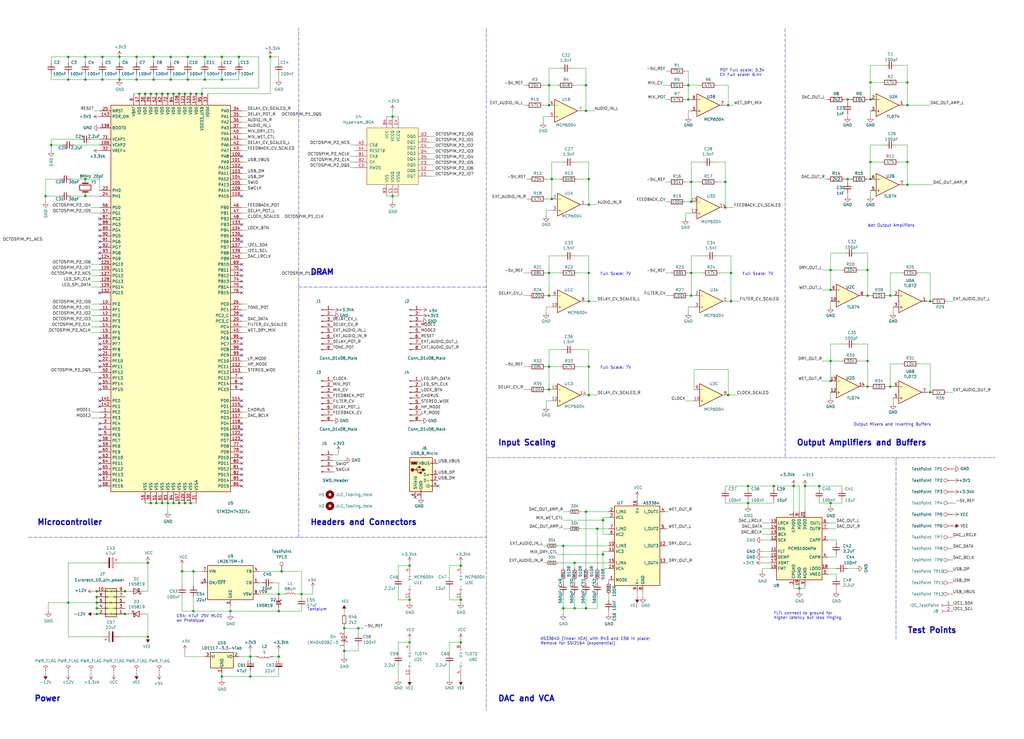
<source format=kicad_sch>
(kicad_sch (version 20211123) (generator eeschema)
  (paper "User" 457.2 330.2)
  (title_block (title "Retrospector v3") (rev "3") (company "Mountjoy Modular"))
  (junction (at 85.09 224.79))
  (junction (at 62.23 41.91))
  (junction (at 387.35 132.08))
  (junction (at 77.47 224.79))
  (junction (at 262.89 121.92))
  (junction (at 64.77 41.91))
  (junction (at 22.86 64.77))
  (junction (at 397.51 172.72))
  (junction (at 415.29 134.62))
  (junction (at 55.88 274.32))
  (junction (at 111.76 302.26))
  (junction (at 102.87 273.05))
  (junction (at 20.32 87.63))
  (junction (at 53.34 25.4))
  (junction (at 370.84 170.18))
  (junction (at 160.02 280.67))
  (junction (at 38.1 80.01))
  (junction (at 308.61 121.92))
  (junction (at 245.11 132.08))
  (junction (at 175.26 87.63))
  (junction (at 262.89 134.62))
  (junction (at 405.13 36.83))
  (junction (at 387.35 172.72))
  (junction (at 246.38 80.01))
  (junction (at 38.1 87.63))
  (junction (at 43.18 271.78))
  (junction (at 182.88 252.73))
  (junction (at 365.76 217.17))
  (junction (at 354.33 217.17))
  (junction (at 256.54 271.78))
  (junction (at 262.89 91.44))
  (junction (at 262.89 163.83))
  (junction (at 43.18 269.24))
  (junction (at 205.74 287.02))
  (junction (at 30.48 25.4))
  (junction (at 415.29 175.26))
  (junction (at 245.11 38.1))
  (junction (at 334.01 217.17))
  (junction (at 326.39 134.62))
  (junction (at 308.61 132.08))
  (junction (at 82.55 224.79))
  (junction (at 388.62 80.01))
  (junction (at 69.85 41.91))
  (junction (at 111.76 293.37))
  (junction (at 106.68 25.4))
  (junction (at 269.24 232.41))
  (junction (at 205.74 252.73))
  (junction (at 405.13 72.39))
  (junction (at 205.74 267.97))
  (junction (at 124.46 293.37))
  (junction (at 134.62 265.43))
  (junction (at 43.18 266.7))
  (junction (at 86.36 273.05))
  (junction (at 66.04 251.46))
  (junction (at 124.46 273.05))
  (junction (at 325.12 46.99))
  (junction (at 261.62 38.1))
  (junction (at 251.46 271.78))
  (junction (at 76.2 25.4))
  (junction (at 175.26 52.07))
  (junction (at 334.01 224.79))
  (junction (at 370.84 120.65))
  (junction (at 60.96 25.4))
  (junction (at 38.1 35.56))
  (junction (at 245.11 121.92))
  (junction (at 378.46 80.01))
  (junction (at 86.36 255.27))
  (junction (at 325.12 176.53))
  (junction (at 99.06 302.26))
  (junction (at 388.62 44.45))
  (junction (at 60.96 35.56))
  (junction (at 72.39 224.79))
  (junction (at 74.93 224.79))
  (junction (at 261.62 228.6))
  (junction (at 67.31 224.79))
  (junction (at 251.46 243.84))
  (junction (at 307.34 44.45))
  (junction (at 80.01 224.79))
  (junction (at 83.82 35.56))
  (junction (at 387.35 161.29))
  (junction (at 245.11 163.83))
  (junction (at 266.7 236.22))
  (junction (at 99.06 25.4))
  (junction (at 261.62 271.78))
  (junction (at 99.06 35.56))
  (junction (at 153.67 290.83))
  (junction (at 262.89 176.53))
  (junction (at 68.58 25.4))
  (junction (at 370.84 161.29))
  (junction (at 378.46 44.45))
  (junction (at 55.88 264.16))
  (junction (at 262.89 80.01))
  (junction (at 182.88 287.02))
  (junction (at 405.13 46.99))
  (junction (at 76.2 35.56))
  (junction (at 370.84 129.54))
  (junction (at 326.39 121.92))
  (junction (at 85.09 41.91))
  (junction (at 153.67 280.67))
  (junction (at 45.72 25.4))
  (junction (at 370.84 224.79))
  (junction (at 387.35 120.65))
  (junction (at 246.38 88.9))
  (junction (at 388.62 36.83))
  (junction (at 307.34 38.1))
  (junction (at 91.44 25.4))
  (junction (at 245.11 46.99))
  (junction (at 30.48 35.56))
  (junction (at 308.61 90.17))
  (junction (at 182.88 267.97))
  (junction (at 45.72 35.56))
  (junction (at 323.85 92.71))
  (junction (at 269.24 247.65))
  (junction (at 345.44 217.17))
  (junction (at 359.41 217.17))
  (junction (at 120.65 25.4))
  (junction (at 83.82 25.4))
  (junction (at 67.31 41.91))
  (junction (at 323.85 81.28))
  (junction (at 90.17 41.91))
  (junction (at 72.39 41.91))
  (junction (at 53.34 35.56))
  (junction (at 308.61 81.28))
  (junction (at 87.63 41.91))
  (junction (at 388.62 72.39))
  (junction (at 256.54 251.46))
  (junction (at 68.58 35.56))
  (junction (at 69.85 224.79))
  (junction (at 77.47 41.91))
  (junction (at 66.04 284.48))
  (junction (at 245.11 173.99))
  (junction (at 82.55 41.91))
  (junction (at 405.13 82.55))
  (junction (at 81.28 255.27))
  (junction (at 80.01 41.91))
  (junction (at 43.18 264.16))
  (junction (at 38.1 25.4))
  (junction (at 74.93 41.91))
  (junction (at 356.87 262.89))
  (junction (at 91.44 35.56))
  (junction (at 261.62 49.53))
  (junction (at 30.48 269.24))
  (junction (at 124.46 265.43))
  (junction (at 125.73 255.27))
  (junction (at 43.18 274.32))
  (junction (at 397.51 132.08))
  (no_connect (at 107.95 181.61))
  (no_connect (at 44.45 158.75))
  (no_connect (at 44.45 97.79))
  (no_connect (at 44.45 102.87))
  (no_connect (at 44.45 105.41))
  (no_connect (at 44.45 113.03))
  (no_connect (at 44.45 130.81))
  (no_connect (at 44.45 163.83))
  (no_connect (at 44.45 168.91))
  (no_connect (at 44.45 171.45))
  (no_connect (at 44.45 173.99))
  (no_connect (at 44.45 179.07))
  (no_connect (at 44.45 181.61))
  (no_connect (at 44.45 196.85))
  (no_connect (at 44.45 199.39))
  (no_connect (at 44.45 201.93))
  (no_connect (at 44.45 204.47))
  (no_connect (at 44.45 207.01))
  (no_connect (at 44.45 209.55))
  (no_connect (at 44.45 212.09))
  (no_connect (at 44.45 214.63))
  (no_connect (at 44.45 217.17))
  (no_connect (at 107.95 204.47))
  (no_connect (at 107.95 214.63))
  (no_connect (at 107.95 217.17))
  (no_connect (at 107.95 107.95))
  (no_connect (at 44.45 107.95))
  (no_connect (at 107.95 69.85))
  (no_connect (at 107.95 179.07))
  (no_connect (at 107.95 191.77))
  (no_connect (at 107.95 100.33))
  (no_connect (at 44.45 153.67))
  (no_connect (at 44.45 115.57))
  (no_connect (at 107.95 207.01))
  (no_connect (at 107.95 140.97))
  (no_connect (at 107.95 199.39))
  (no_connect (at 44.45 151.13))
  (no_connect (at 107.95 123.19))
  (no_connect (at 107.95 201.93))
  (no_connect (at 107.95 125.73))
  (no_connect (at 44.45 156.21))
  (no_connect (at 195.58 217.17))
  (no_connect (at 107.95 120.65))
  (no_connect (at 107.95 212.09))
  (no_connect (at 107.95 189.23))
  (no_connect (at 107.95 153.67))
  (no_connect (at 107.95 151.13))
  (no_connect (at 107.95 118.11))
  (no_connect (at 107.95 168.91))
  (no_connect (at 107.95 128.27))
  (no_connect (at 107.95 87.63))
  (no_connect (at 107.95 130.81))
  (no_connect (at 107.95 173.99))
  (no_connect (at 107.95 74.93))
  (no_connect (at 90.17 260.35))
  (no_connect (at 44.45 189.23))
  (no_connect (at 44.45 100.33))
  (no_connect (at 44.45 194.31))
  (no_connect (at 44.45 110.49))
  (no_connect (at 107.95 209.55))
  (no_connect (at 44.45 161.29))
  (no_connect (at 107.95 194.31))
  (no_connect (at 107.95 105.41))
  (no_connect (at 185.42 222.25))
  (no_connect (at 107.95 158.75))
  (no_connect (at 107.95 171.45))
  (no_connect (at 44.45 191.77))
  (no_connect (at 107.95 156.21))
  (no_connect (at 107.95 196.85))
  (wire (pts (xy 69.85 224.79) (xy 72.39 224.79)))
  (polyline (pts (xy 217.17 12.7) (xy 217.17 317.5)))
  (wire (pts (xy 378.46 45.72) (xy 378.46 44.45)))
  (wire (pts (xy 110.49 57.15) (xy 107.95 57.15)))
  (wire (pts (xy 243.84 163.83) (xy 245.11 163.83)))
  (wire (pts (xy 394.97 29.21) (xy 388.62 29.21)))
  (wire (pts (xy 91.44 25.4) (xy 99.06 25.4)))
  (wire (pts (xy 246.38 179.07) (xy 243.84 179.07)))
  (wire (pts (xy 55.88 271.78) (xy 43.18 271.78)))
  (wire (pts (xy 76.2 35.56) (xy 83.82 35.56)))
  (wire (pts (xy 177.8 252.73) (xy 182.88 252.73)))
  (wire (pts (xy 369.57 254) (xy 373.38 254)))
  (wire (pts (xy 82.55 41.91) (xy 85.09 41.91)))
  (wire (pts (xy 60.96 27.94) (xy 60.96 25.4)))
  (wire (pts (xy 106.68 293.37) (xy 111.76 293.37)))
  (wire (pts (xy 86.36 255.27) (xy 86.36 261.62)))
  (wire (pts (xy 405.13 36.83) (xy 405.13 46.99)))
  (wire (pts (xy 20.32 87.63) (xy 26.67 87.63)))
  (wire (pts (xy 261.62 265.43) (xy 261.62 271.78)))
  (wire (pts (xy 344.17 254) (xy 340.36 254)))
  (wire (pts (xy 356.87 217.17) (xy 356.87 228.6)))
  (wire (pts (xy 81.28 252.73) (xy 81.28 255.27)))
  (wire (pts (xy 44.45 166.37) (xy 40.64 166.37)))
  (wire (pts (xy 43.18 264.16) (xy 55.88 264.16)))
  (wire (pts (xy 243.84 93.98) (xy 243.84 96.52)))
  (wire (pts (xy 200.66 292.1) (xy 200.66 287.02)))
  (wire (pts (xy 41.91 274.32) (xy 43.18 274.32)))
  (wire (pts (xy 233.68 38.1) (xy 234.95 38.1)))
  (wire (pts (xy 40.64 128.27) (xy 44.45 128.27)))
  (wire (pts (xy 269.24 246.38) (xy 271.78 246.38)))
  (wire (pts (xy 68.58 33.02) (xy 68.58 35.56)))
  (wire (pts (xy 115.57 39.37) (xy 115.57 25.4)))
  (wire (pts (xy 44.45 148.59) (xy 40.64 148.59)))
  (wire (pts (xy 91.44 27.94) (xy 91.44 25.4)))
  (wire (pts (xy 153.67 289.56) (xy 153.67 290.83)))
  (wire (pts (xy 91.44 35.56) (xy 99.06 35.56)))
  (wire (pts (xy 44.45 140.97) (xy 40.64 140.97)))
  (wire (pts (xy 68.58 35.56) (xy 76.2 35.56)))
  (wire (pts (xy 382.27 113.03) (xy 387.35 113.03)))
  (wire (pts (xy 369.57 236.22) (xy 373.38 236.22)))
  (wire (pts (xy 259.08 228.6) (xy 261.62 228.6)))
  (wire (pts (xy 340.36 248.92) (xy 344.17 248.92)))
  (wire (pts (xy 182.88 302.26) (xy 182.88 303.53)))
  (wire (pts (xy 378.46 81.28) (xy 378.46 80.01)))
  (wire (pts (xy 110.49 62.23) (xy 107.95 62.23)))
  (wire (pts (xy 393.7 36.83) (xy 388.62 36.83)))
  (wire (pts (xy 248.92 38.1) (xy 245.11 38.1)))
  (wire (pts (xy 99.06 35.56) (xy 106.68 35.56)))
  (wire (pts (xy 53.34 35.56) (xy 60.96 35.56)))
  (wire (pts (xy 107.95 166.37) (xy 110.49 166.37)))
  (wire (pts (xy 115.57 25.4) (xy 106.68 25.4)))
  (wire (pts (xy 200.66 257.81) (xy 200.66 252.73)))
  (wire (pts (xy 200.66 262.89) (xy 200.66 267.97)))
  (wire (pts (xy 269.24 232.41) (xy 269.24 238.76)))
  (wire (pts (xy 124.46 293.37) (xy 121.92 293.37)))
  (wire (pts (xy 38.1 33.02) (xy 38.1 35.56)))
  (wire (pts (xy 425.45 224.79) (xy 426.72 224.79)))
  (wire (pts (xy 177.8 267.97) (xy 182.88 267.97)))
  (wire (pts (xy 148.59 205.74) (xy 153.67 205.74)))
  (wire (pts (xy 90.17 39.37) (xy 115.57 39.37)))
  (wire (pts (xy 40.64 135.89) (xy 44.45 135.89)))
  (wire (pts (xy 250.19 121.92) (xy 245.11 121.92)))
  (wire (pts (xy 20.32 80.01) (xy 20.32 87.63)))
  (wire (pts (xy 307.34 38.1) (xy 312.42 38.1)))
  (wire (pts (xy 81.28 255.27) (xy 86.36 255.27)))
  (wire (pts (xy 110.49 54.61) (xy 107.95 54.61)))
  (wire (pts (xy 256.54 259.08) (xy 256.54 260.35)))
  (wire (pts (xy 110.49 148.59) (xy 107.95 148.59)))
  (wire (pts (xy 45.72 35.56) (xy 53.34 35.56)))
  (wire (pts (xy 45.72 33.02) (xy 45.72 35.56)))
  (wire (pts (xy 297.18 243.84) (xy 298.45 243.84)))
  (wire (pts (xy 367.03 129.54) (xy 370.84 129.54)))
  (wire (pts (xy 325.12 46.99) (xy 327.66 46.99)))
  (wire (pts (xy 22.86 27.94) (xy 22.86 25.4)))
  (wire (pts (xy 124.46 33.02) (xy 124.46 35.56)))
  (wire (pts (xy 27.94 64.77) (xy 22.86 64.77)))
  (wire (pts (xy 59.69 41.91) (xy 62.23 41.91)))
  (wire (pts (xy 60.96 25.4) (xy 68.58 25.4)))
  (wire (pts (xy 80.01 224.79) (xy 82.55 224.79)))
  (wire (pts (xy 40.64 125.73) (xy 44.45 125.73)))
  (wire (pts (xy 99.06 300.99) (xy 99.06 302.26)))
  (wire (pts (xy 340.36 236.22) (xy 344.17 236.22)))
  (wire (pts (xy 325.12 176.53) (xy 325.12 165.1)))
  (wire (pts (xy 124.46 271.78) (xy 124.46 273.05)))
  (wire (pts (xy 297.18 121.92) (xy 299.72 121.92)))
  (wire (pts (xy 172.72 52.07) (xy 175.26 52.07)))
  (wire (pts (xy 375.92 218.44) (xy 375.92 217.17)))
  (wire (pts (xy 191.77 76.2) (xy 194.31 76.2)))
  (wire (pts (xy 44.45 138.43) (xy 40.64 138.43)))
  (wire (pts (xy 124.46 273.05) (xy 134.62 273.05)))
  (wire (pts (xy 359.41 217.17) (xy 359.41 228.6)))
  (wire (pts (xy 148.59 208.28) (xy 149.86 208.28)))
  (wire (pts (xy 82.55 290.83) (xy 82.55 293.37)))
  (wire (pts (xy 354.33 262.89) (xy 356.87 262.89)))
  (wire (pts (xy 71.12 300.99) (xy 71.12 299.72)))
  (wire (pts (xy 394.97 64.77) (xy 388.62 64.77)))
  (wire (pts (xy 410.21 162.56) (xy 415.29 162.56)))
  (wire (pts (xy 38.1 35.56) (xy 45.72 35.56)))
  (wire (pts (xy 172.72 87.63) (xy 175.26 87.63)))
  (wire (pts (xy 243.84 173.99) (xy 245.11 173.99)))
  (wire (pts (xy 334.01 223.52) (xy 334.01 224.79)))
  (wire (pts (xy 246.38 137.16) (xy 243.84 137.16)))
  (wire (pts (xy 307.34 44.45) (xy 307.34 38.1)))
  (wire (pts (xy 388.62 29.21) (xy 388.62 36.83)))
  (wire (pts (xy 107.95 115.57) (xy 110.49 115.57)))
  (wire (pts (xy 323.85 223.52) (xy 323.85 224.79)))
  (wire (pts (xy 45.72 284.48) (xy 30.48 284.48)))
  (wire (pts (xy 120.65 25.4) (xy 120.65 41.91)))
  (wire (pts (xy 297.18 251.46) (xy 298.45 251.46)))
  (wire (pts (xy 262.89 163.83) (xy 262.89 176.53)))
  (wire (pts (xy 107.95 85.09) (xy 110.49 85.09)))
  (wire (pts (xy 377.19 80.01) (xy 378.46 80.01)))
  (wire (pts (xy 134.62 265.43) (xy 134.62 266.7)))
  (wire (pts (xy 261.62 30.48) (xy 261.62 38.1)))
  (wire (pts (xy 245.11 121.92) (xy 245.11 132.08)))
  (wire (pts (xy 30.48 25.4) (xy 38.1 25.4)))
  (wire (pts (xy 323.85 81.28) (xy 323.85 92.71)))
  (wire (pts (xy 191.77 71.12) (xy 194.31 71.12)))
  (wire (pts (xy 124.46 290.83) (xy 124.46 293.37)))
  (wire (pts (xy 256.54 38.1) (xy 261.62 38.1)))
  (wire (pts (xy 66.04 284.48) (xy 53.34 284.48)))
  (wire (pts (xy 297.18 228.6) (xy 298.45 228.6)))
  (wire (pts (xy 160.02 283.21) (xy 160.02 280.67)))
  (wire (pts (xy 66.04 264.16) (xy 66.04 251.46)))
  (wire (pts (xy 162.56 280.67) (xy 160.02 280.67)))
  (wire (pts (xy 111.76 290.83) (xy 111.76 293.37)))
  (wire (pts (xy 156.21 64.77) (xy 158.75 64.77)))
  (wire (pts (xy 387.35 80.01) (xy 388.62 80.01)))
  (wire (pts (xy 107.95 102.87) (xy 110.49 102.87)))
  (wire (pts (xy 233.68 132.08) (xy 236.22 132.08)))
  (wire (pts (xy 177.8 257.81) (xy 177.8 252.73)))
  (polyline (pts (xy 217.17 128.27) (xy 133.35 128.27)))
  (wire (pts (xy 200.66 287.02) (xy 205.74 287.02)))
  (wire (pts (xy 243.84 121.92) (xy 245.11 121.92)))
  (wire (pts (xy 99.06 302.26) (xy 111.76 302.26)))
  (wire (pts (xy 205.74 302.26) (xy 205.74 303.53)))
  (wire (pts (xy 314.96 114.3) (xy 308.61 114.3)))
  (wire (pts (xy 387.35 172.72) (xy 388.62 172.72)))
  (wire (pts (xy 369.57 233.68) (xy 373.38 233.68)))
  (wire (pts (xy 31.75 80.01) (xy 38.1 80.01)))
  (wire (pts (xy 250.19 30.48) (xy 245.11 30.48)))
  (wire (pts (xy 107.95 113.03) (xy 110.49 113.03)))
  (wire (pts (xy 251.46 271.78) (xy 256.54 271.78)))
  (wire (pts (xy 325.12 46.99) (xy 323.85 46.99)))
  (wire (pts (xy 110.49 95.25) (xy 107.95 95.25)))
  (wire (pts (xy 246.38 80.01) (xy 246.38 88.9)))
  (wire (pts (xy 387.35 172.72) (xy 387.35 161.29)))
  (wire (pts (xy 266.7 254) (xy 266.7 236.22)))
  (wire (pts (xy 40.64 123.19) (xy 44.45 123.19)))
  (wire (pts (xy 414.02 175.26) (xy 415.29 175.26)))
  (wire (pts (xy 261.62 176.53) (xy 262.89 176.53)))
  (wire (pts (xy 307.34 137.16) (xy 307.34 139.7)))
  (wire (pts (xy 153.67 290.83) (xy 160.02 290.83)))
  (wire (pts (xy 245.11 132.08) (xy 246.38 132.08)))
  (wire (pts (xy 76.2 25.4) (xy 83.82 25.4)))
  (wire (pts (xy 375.92 161.29) (xy 370.84 161.29)))
  (wire (pts (xy 397.51 162.56) (xy 402.59 162.56)))
  (wire (pts (xy 38.1 25.4) (xy 45.72 25.4)))
  (wire (pts (xy 377.19 153.67) (xy 370.84 153.67)))
  (wire (pts (xy 110.49 59.69) (xy 107.95 59.69)))
  (wire (pts (xy 287.02 264.16) (xy 287.02 266.7)))
  (wire (pts (xy 359.41 217.17) (xy 365.76 217.17)))
  (wire (pts (xy 259.08 236.22) (xy 266.7 236.22)))
  (wire (pts (xy 74.93 224.79) (xy 74.93 228.6)))
  (wire (pts (xy 30.48 269.24) (xy 43.18 269.24)))
  (wire (pts (xy 124.46 25.4) (xy 120.65 25.4)))
  (wire (pts (xy 30.48 35.56) (xy 38.1 35.56)))
  (wire (pts (xy 90.17 41.91) (xy 90.17 39.37)))
  (wire (pts (xy 121.92 260.35) (xy 124.46 260.35)))
  (wire (pts (xy 44.45 184.15) (xy 40.64 184.15)))
  (wire (pts (xy 83.82 27.94) (xy 83.82 25.4)))
  (wire (pts (xy 83.82 35.56) (xy 83.82 33.02)))
  (wire (pts (xy 334.01 224.79) (xy 345.44 224.79)))
  (wire (pts (xy 378.46 254) (xy 382.27 254)))
  (wire (pts (xy 153.67 290.83) (xy 153.67 293.37)))
  (wire (pts (xy 40.64 299.72) (xy 40.64 300.99)))
  (wire (pts (xy 365.76 223.52) (xy 365.76 224.79)))
  (wire (pts (xy 85.09 41.91) (xy 87.63 41.91)))
  (wire (pts (xy 269.24 247.65) (xy 248.92 247.65)))
  (polyline (pts (xy 350.52 12.7) (xy 350.52 204.47)))
  (wire (pts (xy 387.35 132.08) (xy 387.35 120.65)))
  (wire (pts (xy 388.62 64.77) (xy 388.62 72.39)))
  (wire (pts (xy 107.95 163.83) (xy 110.49 163.83)))
  (wire (pts (xy 81.28 273.05) (xy 86.36 273.05)))
  (wire (pts (xy 373.38 247.65) (xy 373.38 248.92)))
  (wire (pts (xy 261.62 254) (xy 261.62 228.6)))
  (wire (pts (xy 81.28 255.27) (xy 81.28 261.62)))
  (wire (pts (xy 175.26 87.63) (xy 177.8 87.63)))
  (wire (pts (xy 354.33 261.62) (xy 354.33 262.89)))
  (wire (pts (xy 365.76 224.79) (xy 370.84 224.79)))
  (wire (pts (xy 92.71 41.91) (xy 120.65 41.91)))
  (wire (pts (xy 308.61 95.25) (xy 306.07 95.25)))
  (wire (pts (xy 156.21 74.93) (xy 158.75 74.93)))
  (wire (pts (xy 387.35 113.03) (xy 387.35 120.65)))
  (wire (pts (xy 312.42 81.28) (xy 308.61 81.28)))
  (wire (pts (xy 124.46 27.94) (xy 124.46 25.4)))
  (wire (pts (xy 26.67 80.01) (xy 20.32 80.01)))
  (wire (pts (xy 370.84 134.62) (xy 370.84 137.16)))
  (wire (pts (xy 200.66 252.73) (xy 205.74 252.73)))
  (wire (pts (xy 387.35 153.67) (xy 387.35 161.29)))
  (wire (pts (xy 328.93 176.53) (xy 325.12 176.53)))
  (wire (pts (xy 334.01 218.44) (xy 334.01 217.17)))
  (wire (pts (xy 308.61 121.92) (xy 308.61 132.08)))
  (wire (pts (xy 359.41 261.62) (xy 359.41 262.89)))
  (wire (pts (xy 257.81 80.01) (xy 262.89 80.01)))
  (wire (pts (xy 307.34 44.45) (xy 308.61 44.45)))
  (wire (pts (xy 262.89 121.92) (xy 262.89 134.62)))
  (wire (pts (xy 38.1 87.63) (xy 44.45 87.63)))
  (wire (pts (xy 340.36 241.3) (xy 344.17 241.3)))
  (wire (pts (xy 30.48 299.72) (xy 30.48 300.99)))
  (wire (pts (xy 261.62 259.08) (xy 261.62 260.35)))
  (wire (pts (xy 31.75 87.63) (xy 38.1 87.63)))
  (wire (pts (xy 243.84 137.16) (xy 243.84 139.7)))
  (wire (pts (xy 53.34 33.02) (xy 53.34 35.56)))
  (wire (pts (xy 44.45 143.51) (xy 40.64 143.51)))
  (wire (pts (xy 60.96 35.56) (xy 68.58 35.56)))
  (wire (pts (xy 422.91 175.26) (xy 425.45 175.26)))
  (wire (pts (xy 134.62 255.27) (xy 125.73 255.27)))
  (wire (pts (xy 82.55 293.37) (xy 91.44 293.37)))
  (wire (pts (xy 107.95 143.51) (xy 110.49 143.51)))
  (polyline (pts (xy 400.05 285.75) (xy 400.05 204.47)))
  (wire (pts (xy 405.13 82.55) (xy 416.56 82.55)))
  (wire (pts (xy 370.84 224.79) (xy 375.92 224.79)))
  (wire (pts (xy 175.26 52.07) (xy 177.8 52.07)))
  (wire (pts (xy 110.49 64.77) (xy 107.95 64.77)))
  (wire (pts (xy 124.46 265.43) (xy 124.46 266.7)))
  (wire (pts (xy 318.77 72.39) (xy 323.85 72.39)))
  (wire (pts (xy 405.13 46.99) (xy 415.29 46.99)))
  (wire (pts (xy 367.03 120.65) (xy 370.84 120.65)))
  (wire (pts (xy 106.68 27.94) (xy 106.68 25.4)))
  (wire (pts (xy 306.07 179.07) (xy 309.88 179.07)))
  (wire (pts (xy 106.68 33.02) (xy 106.68 35.56)))
  (wire (pts (xy 191.77 66.04) (xy 194.31 66.04)))
  (wire (pts (xy 320.04 38.1) (xy 325.12 38.1)))
  (wire (pts (xy 415.29 162.56) (xy 415.29 175.26)))
  (wire (pts (xy 251.46 265.43) (xy 251.46 271.78)))
  (wire (pts (xy 306.07 90.17) (xy 308.61 90.17)))
  (wire (pts (xy 266.7 176.53) (xy 262.89 176.53)))
  (wire (pts (xy 86.36 255.27) (xy 90.17 255.27)))
  (wire (pts (xy 260.35 49.53) (xy 261.62 49.53)))
  (wire (pts (xy 106.68 25.4) (xy 99.06 25.4)))
  (wire (pts (xy 323.85 217.17) (xy 334.01 217.17)))
  (wire (pts (xy 200.66 297.18) (xy 200.66 303.53)))
  (wire (pts (xy 20.32 87.63) (xy 20.32 90.17)))
  (wire (pts (xy 400.05 64.77) (xy 405.13 64.77)))
  (wire (pts (xy 134.62 265.43) (xy 139.7 265.43)))
  (wire (pts (xy 22.86 64.77) (xy 22.86 62.23)))
  (wire (pts (xy 251.46 236.22) (xy 254 236.22)))
  (wire (pts (xy 405.13 64.77) (xy 405.13 72.39)))
  (wire (pts (xy 38.1 27.94) (xy 38.1 25.4)))
  (wire (pts (xy 148.59 203.2) (xy 151.13 203.2)))
  (wire (pts (xy 44.45 146.05) (xy 40.64 146.05)))
  (wire (pts (xy 414.02 134.62) (xy 415.29 134.62)))
  (wire (pts (xy 256.54 114.3) (xy 262.89 114.3)))
  (wire (pts (xy 340.36 238.76) (xy 344.17 238.76)))
  (wire (pts (xy 111.76 299.72) (xy 111.76 302.26)))
  (wire (pts (xy 245.11 38.1) (xy 245.11 46.99)))
  (wire (pts (xy 110.49 92.71) (xy 107.95 92.71)))
  (wire (pts (xy 246.38 72.39) (xy 246.38 80.01)))
  (wire (pts (xy 50.8 299.72) (xy 50.8 300.99)))
  (wire (pts (xy 43.18 269.24) (xy 43.18 271.78)))
  (wire (pts (xy 124.46 265.43) (xy 127 265.43)))
  (wire (pts (xy 325.12 134.62) (xy 326.39 134.62)))
  (wire (pts (xy 102.87 270.51) (xy 102.87 273.05)))
  (wire (pts (xy 115.57 265.43) (xy 124.46 265.43)))
  (wire (pts (xy 177.8 287.02) (xy 182.88 287.02)))
  (wire (pts (xy 124.46 302.26) (xy 111.76 302.26)))
  (wire (pts (xy 243.84 80.01) (xy 246.38 80.01)))
  (wire (pts (xy 111.76 293.37) (xy 114.3 293.37)))
  (wire (pts (xy 370.84 161.29) (xy 370.84 170.18)))
  (wire (pts (xy 368.3 80.01) (xy 369.57 80.01)))
  (wire (pts (xy 251.46 243.84) (xy 271.78 243.84)))
  (wire (pts (xy 297.18 236.22) (xy 298.45 236.22)))
  (wire (pts (xy 177.8 297.18) (xy 177.8 303.53)))
  (wire (pts (xy 405.13 72.39) (xy 405.13 82.55)))
  (wire (pts (xy 251.46 72.39) (xy 246.38 72.39)))
  (wire (pts (xy 233.68 163.83) (xy 236.22 163.83)))
  (wire (pts (xy 99.06 302.26) (xy 99.06 303.53)))
  (wire (pts (xy 242.57 38.1) (xy 245.11 38.1)))
  (wire (pts (xy 377.19 44.45) (xy 378.46 44.45)))
  (wire (pts (xy 83.82 35.56) (xy 91.44 35.56)))
  (wire (pts (xy 251.46 228.6) (xy 254 228.6)))
  (wire (pts (xy 266.7 236.22) (xy 271.78 236.22)))
  (wire (pts (xy 44.45 80.01) (xy 38.1 80.01)))
  (wire (pts (xy 262.89 156.21) (xy 262.89 163.83)))
  (wire (pts (xy 40.64 120.65) (xy 44.45 120.65)))
  (wire (pts (xy 243.84 88.9) (xy 246.38 88.9)))
  (wire (pts (xy 182.88 251.46) (xy 182.88 252.73)))
  (wire (pts (xy 257.81 121.92) (xy 262.89 121.92)))
  (wire (pts (xy 382.27 153.67) (xy 387.35 153.67)))
  (wire (pts (xy 250.19 80.01) (xy 246.38 80.01)))
  (wire (pts (xy 21.59 273.05) (xy 21.59 269.24)))
  (wire (pts (xy 405.13 36.83) (xy 401.32 36.83)))
  (wire (pts (xy 205.74 285.75) (xy 205.74 287.02)))
  (wire (pts (xy 266.7 91.44) (xy 262.89 91.44)))
  (wire (pts (xy 370.84 226.06) (xy 370.84 224.79)))
  (wire (pts (xy 21.59 269.24) (xy 30.48 269.24)))
  (wire (pts (xy 55.88 269.24) (xy 43.18 269.24)))
  (wire (pts (xy 262.89 80.01) (xy 262.89 91.44)))
  (wire (pts (xy 271.78 254) (xy 269.24 254)))
  (wire (pts (xy 22.86 35.56) (xy 22.86 33.02)))
  (wire (pts (xy 345.44 223.52) (xy 345.44 224.79)))
  (wire (pts (xy 271.78 259.08) (xy 271.78 260.35)))
  (wire (pts (xy 370.84 120.65) (xy 370.84 129.54)))
  (wire (pts (xy 345.44 217.17) (xy 354.33 217.17)))
  (wire (pts (xy 86.36 273.05) (xy 102.87 273.05)))
  (wire (pts (xy 60.96 299.72) (xy 60.96 300.99)))
  (wire (pts (xy 41.91 49.53) (xy 44.45 49.53)))
  (wire (pts (xy 66.04 251.46) (xy 53.34 251.46)))
  (wire (pts (xy 125.73 255.27) (xy 115.57 255.27)))
  (wire (pts (xy 255.27 30.48) (xy 261.62 30.48)))
  (wire (pts (xy 64.77 274.32) (xy 66.04 274.32)))
  (wire (pts (xy 99.06 33.02) (xy 99.06 35.56)))
  (wire (pts (xy 43.18 266.7) (xy 43.18 269.24)))
  (wire (pts (xy 313.69 72.39) (xy 308.61 72.39)))
  (wire (pts (xy 205.74 251.46) (xy 205.74 252.73)))
  (wire (pts (xy 243.84 132.08) (xy 245.11 132.08)))
  (wire (pts (xy 269.24 231.14) (xy 269.24 232.41)))
  (wire (pts (xy 45.72 251.46) (xy 30.48 251.46)))
  (wire (pts (xy 245.11 163.83) (xy 245.11 173.99)))
  (wire (pts (xy 251.46 259.08) (xy 251.46 260.35)))
  (wire (pts (xy 107.95 110.49) (xy 110.49 110.49)))
  (wire (pts (xy 44.45 92.71) (xy 40.64 92.71)))
  (wire (pts (xy 405.13 72.39) (xy 401.32 72.39)))
  (wire (pts (xy 245.11 52.07) (xy 242.57 52.07)))
  (wire (pts (xy 377.19 113.03) (xy 370.84 113.03)))
  (wire (pts (xy 156.21 72.39) (xy 158.75 72.39)))
  (wire (pts (xy 405.13 29.21) (xy 405.13 36.83)))
  (wire (pts (xy 233.68 173.99) (xy 236.22 173.99)))
  (wire (pts (xy 175.26 87.63) (xy 175.26 90.17)))
  (wire (pts (xy 81.28 266.7) (xy 81.28 273.05)))
  (wire (pts (xy 30.48 284.48) (xy 30.48 269.24)))
  (wire (pts (xy 308.61 132.08) (xy 309.88 132.08)))
  (wire (pts (xy 369.57 241.3) (xy 373.38 241.3)))
  (wire (pts (xy 320.04 81.28) (xy 323.85 81.28)))
  (wire (pts (xy 153.67 280.67) (xy 153.67 281.94)))
  (wire (pts (xy 242.57 52.07) (xy 242.57 54.61)))
  (wire (pts (xy 191.77 78.74) (xy 194.31 78.74)))
  (wire (pts (xy 245.11 173.99) (xy 246.38 173.99)))
  (wire (pts (xy 80.01 41.91) (xy 82.55 41.91)))
  (wire (pts (xy 110.49 77.47) (xy 107.95 77.47)))
  (wire (pts (xy 271.78 273.05) (xy 271.78 274.32)))
  (wire (pts (xy 76.2 25.4) (xy 76.2 27.94)))
  (wire (pts (xy 307.34 49.53) (xy 308.61 49.53)))
  (wire (pts (xy 307.34 121.92) (xy 308.61 121.92)))
  (polyline (pts (xy 217.17 204.47) (xy 444.5 204.47)))
  (wire (pts (xy 111.76 293.37) (xy 111.76 294.64)))
  (wire (pts (xy 43.18 274.32) (xy 55.88 274.32)))
  (wire (pts (xy 387.35 44.45) (xy 388.62 44.45)))
  (wire (pts (xy 415.29 121.92) (xy 415.29 134.62)))
  (wire (pts (xy 246.38 93.98) (xy 243.84 93.98)))
  (wire (pts (xy 55.88 266.7) (xy 43.18 266.7)))
  (wire (pts (xy 191.77 68.58) (xy 194.31 68.58)))
  (wire (pts (xy 326.39 114.3) (xy 326.39 121.92)))
  (wire (pts (xy 62.23 41.91) (xy 64.77 41.91)))
  (wire (pts (xy 153.67 279.4) (xy 153.67 280.67)))
  (wire (pts (xy 44.45 186.69) (xy 40.64 186.69)))
  (wire (pts (xy 30.48 27.94) (xy 30.48 25.4)))
  (wire (pts (xy 340.36 254) (xy 340.36 255.27)))
  (wire (pts (xy 261.62 38.1) (xy 261.62 49.53)))
  (wire (pts (xy 102.87 273.05) (xy 124.46 273.05)))
  (wire (pts (xy 83.82 25.4) (xy 91.44 25.4)))
  (wire (pts (xy 20.32 299.72) (xy 20.32 300.99)))
  (wire (pts (xy 340.36 251.46) (xy 344.17 251.46)))
  (wire (pts (xy 378.46 86.36) (xy 378.46 87.63)))
  (wire (pts (xy 242.57 251.46) (xy 243.84 251.46)))
  (wire (pts (xy 306.07 95.25) (xy 306.07 97.79)))
  (wire (pts (xy 182.88 267.97) (xy 182.88 269.24)))
  (wire (pts (xy 373.38 256.54) (xy 373.38 257.81)))
  (wire (pts (xy 323.85 72.39) (xy 323.85 81.28)))
  (polyline (pts (xy 133.35 240.03) (xy 133.35 12.7)))
  (wire (pts (xy 233.68 46.99) (xy 234.95 46.99)))
  (wire (pts (xy 77.47 224.79) (xy 80.01 224.79)))
  (wire (pts (xy 160.02 280.67) (xy 153.67 280.67)))
  (wire (pts (xy 340.36 233.68) (xy 344.17 233.68)))
  (wire (pts (xy 251.46 114.3) (xy 245.11 114.3)))
  (wire (pts (xy 297.18 81.28) (xy 298.45 81.28)))
  (wire (pts (xy 64.77 264.16) (xy 66.04 264.16)))
  (wire (pts (xy 251.46 254) (xy 251.46 243.84)))
  (wire (pts (xy 110.49 49.53) (xy 107.95 49.53)))
  (wire (pts (xy 110.49 72.39) (xy 107.95 72.39)))
  (wire (pts (xy 55.88 264.16) (xy 57.15 264.16)))
  (wire (pts (xy 271.78 238.76) (xy 269.24 238.76)))
  (wire (pts (xy 269.24 246.38) (xy 269.24 247.65)))
  (wire (pts (xy 191.77 73.66) (xy 194.31 73.66)))
  (wire (pts (xy 234.95 80.01) (xy 236.22 80.01)))
  (wire (pts (xy 64.77 41.91) (xy 67.31 41.91)))
  (wire (pts (xy 340.36 246.38) (xy 344.17 246.38)))
  (wire (pts (xy 378.46 50.8) (xy 378.46 52.07)))
  (wire (pts (xy 306.07 81.28) (xy 308.61 81.28)))
  (wire (pts (xy 297.18 90.17) (xy 298.45 90.17)))
  (wire (pts (xy 388.62 72.39) (xy 388.62 80.01)))
  (wire (pts (xy 354.33 217.17) (xy 354.33 228.6)))
  (wire (pts (xy 110.49 52.07) (xy 107.95 52.07)))
  (wire (pts (xy 200.66 267.97) (xy 205.74 267.97)))
  (wire (pts (xy 373.38 262.89) (xy 373.38 264.16)))
  (wire (pts (xy 309.88 165.1) (xy 325.12 165.1)))
  (wire (pts (xy 369.57 248.92) (xy 373.38 248.92)))
  (wire (pts (xy 370.84 153.67) (xy 370.84 161.29)))
  (wire (pts (xy 256.54 251.46) (xy 271.78 251.46)))
  (wire (pts (xy 308.61 81.28) (xy 308.61 90.17)))
  (wire (pts (xy 64.77 224.79) (xy 67.31 224.79)))
  (wire (pts (xy 410.21 121.92) (xy 415.29 121.92)))
  (wire (pts (xy 107.95 82.55) (xy 110.49 82.55)))
  (wire (pts (xy 115.57 260.35) (xy 116.84 260.35)))
  (wire (pts (xy 134.62 273.05) (xy 134.62 271.78)))
  (wire (pts (xy 107.95 138.43) (xy 110.49 138.43)))
  (wire (pts (xy 370.84 113.03) (xy 370.84 120.65)))
  (wire (pts (xy 87.63 41.91) (xy 90.17 41.91)))
  (wire (pts (xy 388.62 85.09) (xy 388.62 87.63)))
  (wire (pts (xy 245.11 30.48) (xy 245.11 38.1)))
  (wire (pts (xy 134.62 265.43) (xy 134.62 255.27)))
  (wire (pts (xy 124.46 299.72) (xy 124.46 302.26)))
  (wire (pts (xy 248.92 243.84) (xy 251.46 243.84)))
  (wire (pts (xy 367.03 170.18) (xy 370.84 170.18)))
  (wire (pts (xy 261.62 91.44) (xy 262.89 91.44)))
  (wire (pts (xy 257.81 163.83) (xy 262.89 163.83)))
  (wire (pts (xy 307.34 31.75) (xy 307.34 38.1)))
  (wire (pts (xy 330.2 134.62) (xy 326.39 134.62)))
  (wire (pts (xy 306.07 31.75) (xy 307.34 31.75)))
  (wire (pts (xy 110.49 80.01) (xy 107.95 80.01)))
  (wire (pts (xy 271.78 265.43) (xy 271.78 267.97)))
  (wire (pts (xy 107.95 161.29) (xy 110.49 161.29)))
  (wire (pts (xy 298.45 38.1) (xy 295.91 38.1)))
  (wire (pts (xy 182.88 285.75) (xy 182.88 287.02)))
  (wire (pts (xy 205.74 267.97) (xy 205.74 269.24)))
  (wire (pts (xy 242.57 243.84) (xy 243.84 243.84)))
  (wire (pts (xy 398.78 137.16) (xy 398.78 139.7)))
  (wire (pts (xy 306.07 38.1) (xy 307.34 38.1)))
  (wire (pts (xy 107.95 186.69) (xy 110.49 186.69)))
  (wire (pts (xy 378.46 44.45) (xy 379.73 44.45)))
  (wire (pts (xy 334.01 217.17) (xy 345.44 217.17)))
  (wire (pts (xy 107.95 67.31) (xy 110.49 67.31)))
  (wire (pts (xy 388.62 49.53) (xy 388.62 52.07)))
  (wire (pts (xy 175.26 52.07) (xy 175.26 49.53)))
  (wire (pts (xy 365.76 218.44) (xy 365.76 217.17)))
  (wire (pts (xy 233.68 121.92) (xy 236.22 121.92)))
  (wire (pts (xy 45.72 25.4) (xy 53.34 25.4)))
  (wire (pts (xy 110.49 97.79) (xy 107.95 97.79)))
  (wire (pts (xy 251.46 274.32) (xy 251.46 271.78)))
  (wire (pts (xy 44.45 64.77) (xy 33.02 64.77)))
  (wire (pts (xy 44.45 62.23) (xy 40.64 62.23)))
  (wire (pts (xy 40.64 118.11) (xy 44.45 118.11)))
  (wire (pts (xy 387.35 120.65) (xy 383.54 120.65)))
  (wire (pts (xy 110.49 146.05) (xy 107.95 146.05)))
  (wire (pts (xy 320.04 114.3) (xy 326.39 114.3)))
  (wire (pts (xy 266.7 265.43) (xy 266.7 271.78)))
  (wire (pts (xy 67.31 224.79) (xy 69.85 224.79)))
  (wire (pts (xy 297.18 132.08) (xy 299.72 132.08)))
  (wire (pts (xy 262.89 72.39) (xy 262.89 80.01)))
  (wire (pts (xy 298.45 44.45) (xy 297.18 44.45)))
  (wire (pts (xy 308.61 72.39) (xy 308.61 81.28)))
  (wire (pts (xy 400.05 29.21) (xy 405.13 29.21)))
  (wire (pts (xy 234.95 88.9) (xy 236.22 88.9)))
  (wire (pts (xy 393.7 72.39) (xy 388.62 72.39)))
  (wire (pts (xy 22.86 67.31) (xy 22.86 64.77)))
  (wire (pts (xy 309.88 165.1) (xy 309.88 173.99)))
  (wire (pts (xy 243.84 179.07) (xy 243.84 181.61)))
  (wire (pts (xy 397.51 132.08) (xy 398.78 132.08)))
  (wire (pts (xy 74.93 224.79) (xy 77.47 224.79)))
  (wire (pts (xy 68.58 25.4) (xy 76.2 25.4)))
  (wire (pts (xy 262.89 114.3) (xy 262.89 121.92)))
  (wire (pts (xy 160.02 290.83) (xy 160.02 288.29)))
  (wire (pts (xy 53.34 27.94) (xy 53.34 25.4)))
  (wire (pts (xy 72.39 41.91) (xy 74.93 41.91)))
  (wire (pts (xy 124.46 260.35) (xy 124.46 265.43)))
  (wire (pts (xy 22.86 25.4) (xy 30.48 25.4)))
  (wire (pts (xy 396.24 172.72) (xy 397.51 172.72)))
  (wire (pts (xy 245.11 156.21) (xy 245.11 163.83)))
  (wire (pts (xy 356.87 217.17) (xy 354.33 217.17)))
  (wire (pts (xy 321.31 121.92) (xy 326.39 121.92)))
  (wire (pts (xy 74.93 41.91) (xy 77.47 41.91)))
  (wire (pts (xy 30.48 251.46) (xy 30.48 269.24)))
  (wire (pts (xy 386.08 132.08) (xy 387.35 132.08)))
  (wire (pts (xy 45.72 27.94) (xy 45.72 25.4)))
  (wire (pts (xy 398.78 177.8) (xy 398.78 180.34)))
  (wire (pts (xy 250.19 163.83) (xy 245.11 163.83)))
  (wire (pts (xy 251.46 156.21) (xy 245.11 156.21)))
  (wire (pts (xy 370.84 175.26) (xy 370.84 177.8)))
  (wire (pts (xy 306.07 44.45) (xy 307.34 44.45)))
  (wire (pts (xy 256.54 254) (xy 256.54 251.46)))
  (wire (pts (xy 149.86 210.82) (xy 148.59 210.82)))
  (wire (pts (xy 86.36 266.7) (xy 86.36 273.05)))
  (wire (pts (xy 261.62 228.6) (xy 271.78 228.6)))
  (wire (pts (xy 326.39 121.92) (xy 326.39 134.62)))
  (wire (pts (xy 345.44 218.44) (xy 345.44 217.17)))
  (wire (pts (xy 266.7 259.08) (xy 266.7 260.35)))
  (wire (pts (xy 397.51 132.08) (xy 397.51 121.92)))
  (wire (pts (xy 284.48 264.16) (xy 284.48 266.7)))
  (wire (pts (xy 177.8 262.89) (xy 177.8 267.97)))
  (wire (pts (xy 110.49 135.89) (xy 107.95 135.89)))
  (wire (pts (xy 397.51 172.72) (xy 398.78 172.72)))
  (wire (pts (xy 271.78 231.14) (xy 269.24 231.14)))
  (polyline (pts (xy 12.7 240.03) (xy 217.17 240.03)))
  (wire (pts (xy 245.11 114.3) (xy 245.11 121.92)))
  (wire (pts (xy 359.41 262.89) (xy 356.87 262.89)))
  (wire (pts (xy 397.51 121.92) (xy 402.59 121.92)))
  (wire (pts (xy 191.77 60.96) (xy 194.31 60.96)))
  (wire (pts (xy 356.87 261.62) (xy 356.87 262.89)))
  (wire (pts (xy 387.35 161.29) (xy 383.54 161.29)))
  (wire (pts (xy 308.61 114.3) (xy 308.61 121.92)))
  (wire (pts (xy 269.24 247.65) (xy 269.24 254)))
  (wire (pts (xy 323.85 224.79) (xy 334.01 224.79)))
  (wire (pts (xy 68.58 27.94) (xy 68.58 25.4)))
  (wire (pts (xy 368.3 44.45) (xy 369.57 44.45)))
  (wire (pts (xy 378.46 80.01) (xy 379.73 80.01)))
  (wire (pts (xy 261.62 271.78) (xy 266.7 271.78)))
  (wire (pts (xy 156.21 69.85) (xy 158.75 69.85)))
  (wire (pts (xy 60.96 35.56) (xy 60.96 33.02)))
  (wire (pts (xy 85.09 224.79) (xy 87.63 224.79)))
  (wire (pts (xy 22.86 62.23) (xy 35.56 62.23)))
  (wire (pts (xy 66.04 274.32) (xy 66.04 284.48)))
  (wire (pts (xy 365.76 217.17) (xy 375.92 217.17)))
  (wire (pts (xy 177.8 292.1) (xy 177.8 287.02)))
  (wire (pts (xy 356.87 262.89) (xy 356.87 264.16)))
  (wire (pts (xy 55.88 274.32) (xy 57.15 274.32)))
  (wire (pts (xy 124.46 294.64) (xy 124.46 293.37)))
  (wire (pts (xy 44.45 85.09) (xy 44.45 80.01)))
  (wire (pts (xy 44.45 95.25) (xy 40.64 95.25)))
  (wire (pts (xy 284.48 222.25) (xy 284.48 223.52)))
  (wire (pts (xy 82.55 224.79) (xy 85.09 224.79)))
  (wire (pts (xy 297.18 31.75) (xy 298.45 31.75)))
  (wire (pts (xy 367.03 161.29) (xy 370.84 161.29)))
  (wire (pts (xy 53.34 25.4) (xy 60.96 25.4)))
  (wire (pts (xy 256.54 72.39) (xy 262.89 72.39)))
  (wire (pts (xy 99.06 27.94) (xy 99.06 25.4)))
  (wire (pts (xy 256.54 271.78) (xy 261.62 271.78)))
  (wire (pts (xy 266.7 134.62) (xy 262.89 134.62)))
  (wire (pts (xy 403.86 82.55) (xy 405.13 82.55)))
  (wire (pts (xy 307.34 132.08) (xy 308.61 132.08)))
  (wire (pts (xy 242.57 46.99) (xy 245.11 46.99)))
  (wire (pts (xy 309.88 137.16) (xy 307.34 137.16)))
  (wire (pts (xy 151.13 203.2) (xy 151.13 201.93)))
  (wire (pts (xy 403.86 46.99) (xy 405.13 46.99)))
  (wire (pts (xy 397.51 172.72) (xy 397.51 162.56)))
  (wire (pts (xy 334.01 224.79) (xy 334.01 226.06)))
  (wire (pts (xy 139.7 262.89) (xy 139.7 265.43)))
  (wire (pts (xy 265.43 49.53) (xy 261.62 49.53)))
  (wire (pts (xy 369.57 256.54) (xy 373.38 256.54)))
  (wire (pts (xy 91.44 33.02) (xy 91.44 35.56)))
  (wire (pts (xy 307.34 52.07) (xy 307.34 49.53)))
  (wire (pts (xy 388.62 36.83) (xy 388.62 44.45)))
  (wire (pts (xy 110.49 184.15) (xy 107.95 184.15)))
  (wire (pts (xy 396.24 132.08) (xy 397.51 132.08)))
  (wire (pts (xy 77.47 41.91) (xy 80.01 41.91)))
  (wire (pts (xy 102.87 274.32) (xy 102.87 273.05)))
  (wire (pts (xy 375.92 223.52) (xy 375.92 224.79)))
  (wire (pts (xy 269.24 232.41) (xy 251.46 232.41)))
  (wire (pts (xy 256.54 265.43) (xy 256.54 271.78)))
  (wire (pts (xy 41.91 264.16) (xy 43.18 264.16)))
  (wire (pts (xy 323.85 218.44) (xy 323.85 217.17)))
  (wire (pts (xy 69.85 41.91) (xy 72.39 41.91)))
  (wire (pts (xy 191.77 63.5) (xy 194.31 63.5)))
  (wire (pts (xy 261.62 134.62) (xy 262.89 134.62)))
  (wire (pts (xy 22.86 35.56) (xy 30.48 35.56)))
  (wire (pts (xy 327.66 92.71) (xy 323.85 92.71)))
  (wire (pts (xy 256.54 156.21) (xy 262.89 156.21)))
  (wire (pts (xy 76.2 33.02) (xy 76.2 35.56)))
  (wire (pts (xy 386.08 172.72) (xy 387.35 172.72)))
  (wire (pts (xy 325.12 38.1) (xy 325.12 46.99)))
  (wire (pts (xy 30.48 35.56) (xy 30.48 33.02)))
  (wire (pts (xy 387.35 132.08) (xy 388.62 132.08)))
  (wire (pts (xy 375.92 120.65) (xy 370.84 120.65)))
  (wire (pts (xy 67.31 41.91) (xy 69.85 41.91)))
  (wire (pts (xy 373.38 241.3) (xy 373.38 242.57)))
  (wire (pts (xy 313.69 121.92) (xy 308.61 121.92)))
  (wire (pts (xy 248.92 251.46) (xy 256.54 251.46)))
  (wire (pts (xy 153.67 273.05) (xy 153.67 274.32)))
  (wire (pts (xy 72.39 224.79) (xy 74.93 224.79)))
  (wire (pts (xy 132.08 265.43) (xy 134.62 265.43)))
  (wire (pts (xy 422.91 134.62) (xy 425.45 134.62)))
  (text "Tantalum" (at 137.16 273.05 0) (effects (font (size 1.27 1.27)) (justify left bottom)))
  (text "Wet Output Amplifiers" (at 387.35 101.6 0) (effects (font (size 1.27 1.27)) (justify left bottom)))
  (text "DAC and VCA" (at 222.25 313.69 0) (effects (font (size 2.54 2.54) (thickness 0.508) bold) (justify left bottom)))
  (text "Headers and Connectors" (at 138.43 234.95 0) (effects (font (size 2.54 2.54) (thickness 0.508) bold) (justify left bottom)))
  (text "POT Full scale: 3.3V \nCV Full scale: 6.4V" (at 321.31 34.29 0) (effects (font (size 1.27 1.27)) (justify left bottom)))
  (text "Input Scaling" (at 222.25 199.39 0) (effects (font (size 2.54 2.54) (thickness 0.508) bold) (justify left bottom)))
  (text "Output Amplifiers and Buffers" (at 355.6 199.39 0) (effects (font (size 2.54 2.54) (thickness 0.508) bold) (justify left bottom)))
  (text "Microcontroller" (at 16.51 234.95 0) (effects (font (size 2.54 2.54) (thickness 0.508) bold) (justify left bottom)))
  (text "Test Points" (at 405.13 283.21 0) (effects (font (size 2.54 2.54) (thickness 0.508) bold) (justify left bottom)))
  (text "DRAM" (at 138.43 123.19 0) (effects (font (size 2.54 2.54) (thickness 0.508) bold) (justify left bottom)))
  (text "Full Scale: 7V" (at 267.97 165.1 0) (effects (font (size 1.27 1.27)) (justify left bottom)))
  (text "Full Scale: 7V" (at 267.97 123.19 0) (effects (font (size 1.27 1.27)) (justify left bottom)))
  (text "Output Mixers and Inverting Buffers" (at 381 190.5 0) (effects (font (size 1.27 1.27)) (justify left bottom)))
  (text "Power" (at 15.24 313.69 0) (effects (font (size 2.54 2.54) (thickness 0.508) bold) (justify left bottom)))
  (text "AS3364D (linear VCA) with R43 and C56 in place;\nRemove for SSI2164 (exponential)" (at 241.3 288.29 0) (effects (font (size 1.27 1.27)) (justify left bottom)))
  (text "C54: 47uF 25V MLCC\non Prototype\n" (at 78.74 278.13 0) (effects (font (size 1.27 1.27)) (justify left bottom)))
  (text "FLT: connect to ground for \nhigher latency but less ringing" (at 345.44 276.86 0) (effects (font (size 1.27 1.27)) (justify left bottom)))
  (text "Full Scale: 7V" (at 331.47 123.19 0) (effects (font (size 1.27 1.27)) (justify left bottom)))
  (label "WET_OUT_R" (at 298.45 228.6 0))
  (label "DAC_OUT_R" (at 373.38 236.22 0))
  (label "FILTER_CV_SCALED" (at 110.49 146.05 0))
  (label "I2C1_SCL" (at 110.49 113.03 0))
  (label "DRY_OUT_L" (at 298.45 243.84 0))
  (label "DRY_OUT_L" (at 367.03 120.65 180))
  (label "DAC_BCLK" (at 425.45 250.19 0))
  (label "FILTER_CV_SCALED" (at 330.2 134.62 0))
  (label "CHORUS" (at 187.96 177.8 0))
  (label "USB_DP" (at 110.49 80.01 0))
  (label "OCTOSPIM_P2_IO7" (at 194.31 78.74 0))
  (label "AUDIO_IN_L" (at 110.49 57.15 0))
  (label "FEEDBACK_POT" (at 110.49 92.71 0))
  (label "-5V_REF" (at 162.56 280.67 0))
  (label "MIX_CV" (at 148.59 175.26 0))
  (label "DELAY_CV_L" (at 233.68 132.08 180))
  (label "OCTOSPIM_P2_IO6" (at 194.31 76.2 0))
  (label "OCTOSPIM_P1_CLK" (at 127 97.79 0))
  (label "-5V_REF" (at 233.68 121.92 180))
  (label "OCTOSPIM_P1_NCLK" (at 125.73 123.19 0))
  (label "DELAY_CV_SCALED_L" (at 110.49 64.77 0))
  (label "DELAY_POT_R" (at 110.49 52.07 0))
  (label "OCTOSPIM_P2_NCLK" (at 156.21 69.85 180))
  (label "OCTOSPIM_P2_IO0" (at 194.31 60.96 0))
  (label "WET_DRY_MIX" (at 110.49 148.59 0))
  (label "DELAY_CV_R" (at 148.59 146.05 0))
  (label "OCTOSPIM_P1_NCS" (at 19.05 107.95 180))
  (label "WET_DRY_MIX" (at 327.66 46.99 0))
  (label "LP_MODE" (at 187.96 185.42 0))
  (label "OCTOSPIM_P2_DQS" (at 156.21 74.93 180))
  (label "FEEDBACK_CV_SCALED" (at 327.66 92.71 0))
  (label "OCTOSPIM_P1_DQS" (at 125.73 52.07 0))
  (label "STEREO_WIDE" (at 110.49 166.37 0))
  (label "CHORUS" (at 110.49 184.15 0))
  (label "-5V_REF" (at 297.18 81.28 180))
  (label "OCTOSPIM_P2_IO5" (at 40.64 95.25 180))
  (label "OCTOSPIM_P2_IO6" (at 40.64 118.11 180))
  (label "SWIO" (at 149.86 208.28 0))
  (label "DELAY_CV_SCALED_R" (at 266.7 176.53 0))
  (label "MODE1" (at 187.96 146.05 0))
  (label "OCTOSPIM_P2_IO1" (at 194.31 63.5 0))
  (label "MIX_WET_CTL" (at 110.49 62.23 0))
  (label "SWCLK" (at 110.49 85.09 0))
  (label "DAC_DATA" (at 110.49 143.51 0))
  (label "RESET" (at 187.96 151.13 0))
  (label "DAC_OUT_AMP_L" (at 251.46 236.22 180))
  (label "OCTOSPIM_P2_DQS" (at 40.64 166.37 180))
  (label "USB_DP" (at 425.45 255.27 0))
  (label "MIX_POT" (at 148.59 172.72 0))
  (label "USB_VBUS" (at 425.45 265.43 0))
  (label "DAC_DATA" (at 340.36 236.22 180))
  (label "LOCK_BTN" (at 110.49 102.87 0))
  (label "EXT_AUDIO_IN_R" (at 148.59 151.13 0))
  (label "FEEDBACK_POT" (at 148.59 177.8 0))
  (label "DAC_BCLK" (at 340.36 238.76 180))
  (label "AUDIO_IN_L" (at 265.43 49.53 0))
  (label "USB_DM" (at 110.49 77.47 0))
  (label "AUDIO_IN_R" (at 110.49 54.61 0))
  (label "FILTER_CV" (at 297.18 132.08 180))
  (label "LOCK_BTN" (at 187.96 175.26 0))
  (label "DRY_OUT_R" (at 367.03 161.29 180))
  (label "MIX_CV" (at 295.91 38.1 180))
  (label "LED_SPI_CLK" (at 187.96 172.72 0))
  (label "USB_VBUS" (at 110.49 72.39 0))
  (label "DAC_OUT_L" (at 368.3 44.45 180))
  (label "OCTOSPIM_P2_CLK" (at 156.21 72.39 180))
  (label "OCTOSPIM_P2_IO2" (at 194.31 66.04 0))
  (label "LP_MODE" (at 110.49 161.29 0))
  (label "SWCLK" (at 149.86 210.82 0))
  (label "EXT_AUDIO_IN_L" (at 148.59 148.59 0))
  (label "FEEDBACK_CV_SCALED" (at 110.49 67.31 0))
  (label "MODE2" (at 187.96 148.59 0))
  (label "WET_OUT_R" (at 367.03 170.18 180))
  (label "CLOCK_SCALED" (at 328.93 176.53 0))
  (label "DRY_OUT_R" (at 298.45 251.46 0))
  (label "VSW" (at 115.57 265.43 0))
  (label "I2C1_SDA" (at 110.49 110.49 0))
  (label "OCTOSPIM_P2_IO4" (at 40.64 92.71 180))
  (label "RESET" (at 41.91 49.53 180))
  (label "DAC_BCLK" (at 110.49 186.69 0))
  (label "-5V_REF" (at 233.68 38.1 180))
  (label "DELAY_CV_SCALED_L" (at 266.7 134.62 0))
  (label "CLOCK_SCALED" (at 110.49 97.79 0))
  (label "DAC_OUT_R" (at 368.3 80.01 180))
  (label "LED_SPI_DATA" (at 187.96 170.18 0))
  (label "DAC_OUT_AMP_R" (at 251.46 228.6 180))
  (label "FEEDBACK_CV" (at 148.59 185.42 0))
  (label "USB_DM" (at 425.45 260.35 0))
  (label "DELAY_POT_L" (at 148.59 182.88 0))
  (label "OCTOSPIM_P2_IO5" (at 194.31 73.66 0))
  (label "DAC_LRCLK" (at 110.49 115.57 0))
  (label "DAC_OUT_L" (at 373.38 233.68 0))
  (label "EXT_AUDIO_IN_L" (at 233.68 46.99 180))
  (label "EXT_AUDIO_OUT_L" (at 425.45 134.62 0))
  (label "SWIO" (at 110.49 82.55 0))
  (label "OCTOSPIM_P2_IO3" (at 194.31 68.58 0))
  (label "MIX_DRY_CTL" (at 248.92 247.65 180))
  (label "DAC_DATA" (at 425.45 245.11 0))
  (label "-5V_REF" (at 297.18 31.75 180))
  (label "-5V_REF" (at 297.18 121.92 180))
  (label "USB_DM" (at 195.58 214.63 0))
  (label "CLOCK" (at 306.07 179.07 180))
  (label "TONE_POT" (at 148.59 156.21 0))
  (label "CLOCK" (at 148.59 170.18 0))
  (label "DAC_OUT_AMP_L" (at 415.29 46.99 0))
  (label "MIX_DRY_CTL" (at 110.49 59.69 0))
  (label "OCTOSPIM_P2_IO7" (at 40.64 120.65 180))
  (label "DELAY_CV_R" (at 233.68 173.99 180))
  (label "DELAY_CV_SCALED_R" (at 110.49 49.53 0))
  (label "OCTOSPIM_P2_NCLK" (at 40.64 148.59 180))
  (label "FEEDBACK_CV" (at 297.18 90.17 180))
  (label "TONE_POT" (at 110.49 138.43 0))
  (label "WET_OUT_L" (at 298.45 236.22 0))
  (label "EXT_AUDIO_OUT_R" (at 425.45 175.26 0))
  (label "LED_SPI_CLK" (at 40.64 125.73 180))
  (label "EXT_AUDIO_IN_L" (at 242.57 243.84 180))
  (label "OCTOSPIM_P2_IO0" (at 40.64 135.89 180))
  (label "DAC_LRCLK" (at 340.36 233.68 180))
  (label "USB_VBUS" (at 195.58 207.01 0))
  (label "I2C1_SDA" (at 425.45 270.51 0))
  (label "DELAY_CV_L" (at 148.59 143.51 0))
  (label "OCTOSPIM_P2_NCS" (at 40.64 123.19 180))
  (label "MODE1" (at 40.64 184.15 180))
  (label "I2C1_SCL" (at 425.45 273.05 0))
  (label "EXT_AUDIO_OUT_L" (at 187.96 153.67 0))
  (label "FILTER_CV" (at 148.59 180.34 0))
  (label "HP_MODE" (at 187.96 182.88 0))
  (label "-5V_REF" (at 426.72 224.79 0))
  (label "EXT_AUDIO_IN_R" (at 242.57 251.46 180))
  (label "MIX_POT" (at 297.18 44.45 180))
  (label "OCTOSPIM_P2_IO3" (at 40.64 143.51 180))
  (label "STEREO_WIDE" (at 187.96 180.34 0))
  (label "DAC_OUT_AMP_R" (at 416.56 82.55 0))
  (label "OCTOSPIM_P2_IO2" (at 40.64 140.97 180))
  (label "OCTOSPIM_P2_CLK" (at 40.64 146.05 180))
  (label "OCTOSPIM_P2_IO4" (at 194.31 71.12 0))
  (label "MODE2" (at 40.64 186.69 180))
  (label "OCTOSPIM_P2_NCS" (at 156.21 64.77 180))
  (label "HP_MODE" (at 110.49 163.83 0))
  (label "-5V_REF" (at 234.95 80.01 180))
  (label "DELAY_POT_L" (at 110.49 95.25 0))
  (label "DAC_LRCLK" (at 425.45 240.03 0))
  (label "EXT_AUDIO_IN_R" (at 234.95 88.9 180))
  (label "AUDIO_IN_R" (at 266.7 91.44 0))
  (label "USB_DP" (at 195.58 212.09 0))
  (label "EXT_AUDIO_OUT_R" (at 187.96 156.21 0))
  (label "-5V_REF" (at 233.68 163.83 180))
  (label "WET_OUT_L" (at 367.03 129.54 180))
  (label "LED_SPI_DATA" (at 40.64 128.27 180))
  (label "DELAY_POT_R" (at 148.59 153.67 0))
  (label "OCTOSPIM_P2_IO1" (at 40.64 138.43 180))
  (label "MIX_WET_CTL" (at 251.46 232.41 180))
  (symbol (lib_id "Connector:Conn_01x04_Male") (at 143.51 205.74 0) (unit 1)
    (property "Reference" "J5" (at 144.78 198.12 0))
    (property "Value" "SWD_Header" (at 149.86 214.63 0))
    (property "Footprint" "Custom_Footprints:SWD_header" (effects hide))
  )
  (symbol (lib_id "power:+3.3V") (at 151.13 201.93 0) (unit 1)
    (property "Reference" "#PWR035" (effects hide))
    (property "Value" "+3.3V" (at 148.59 198.12 0) (effects (justify left)))
  )
  (symbol (lib_id "power:GND") (at 153.67 205.74 90) (unit 1)
    (property "Reference" "#PWR036" (effects hide))
    (property "Value" "GND" (at 156.9212 205.613 90) (effects (justify right)))
  )
  (symbol (lib_id "Amplifier_Operational:MCP6004") (at 254 134.62 0) (mirror x) (unit 3)
    (property "Reference" "U1" (at 254 129.54 0))
    (property "Value" "MCP6004" (at 257.81 139.7 0))
    (property "Footprint" "SMD_Packages:SOIC-14_N" (effects hide))
    (property "Datasheet" "http://ww1.microchip.com/downloads/en/DeviceDoc/21733j.pdf" (effects hide))
    (property "Part_Number" "C116668" (effects hide))
  )
  (symbol (lib_id "Reference_Voltage:LM4040DBZ-10") (at 153.67 285.75 270) (unit 1)
    (property "Reference" "D4" (at 147.32 284.48 90) (effects (justify left)))
    (property "Value" "LM4040DBZ-5" (at 137.16 287.02 90) (effects (justify left)))
    (property "Footprint" "TO_SOT_Packages_SMD:SOT-23" (effects hide))
    (property "Datasheet" "http://www.ti.com/lit/ds/symlink/lm4040-n.pdf" (effects hide))
    (property "Part_Number" "C156291" (effects hide))
    (property "Rotation" "90" (effects hide))
  )
  (symbol (lib_id "power:GND") (at 153.67 293.37 0) (unit 1)
    (property "Reference" "#PWR079" (effects hide))
    (property "Value" "GND" (at 153.797 297.7642 0))
  )
  (symbol (lib_id "Amplifier_Operational:MCP6004") (at 316.23 92.71 0) (mirror x) (unit 4)
    (property "Reference" "U3" (at 317.5 87.63 0))
    (property "Value" "MCP6004" (at 317.5 99.06 0))
    (property "Footprint" "SMD_Packages:SOIC-14_N" (effects hide))
    (property "Datasheet" "http://ww1.microchip.com/downloads/en/DeviceDoc/21733j.pdf" (effects hide))
    (property "Part_Number" "C116668" (effects hide))
  )
  (symbol (lib_id "Device:R") (at 316.23 81.28 270) (unit 1)
    (property "Reference" "R17" (at 316.23 78.74 90))
    (property "Value" "56k" (at 316.23 81.28 90))
    (property "Footprint" "Resistors_SMD:R_0603_HandSoldering" (effects hide))
    (property "Part_Number" "C23206" (effects hide))
  )
  (symbol (lib_id "Device:R") (at 302.26 81.28 270) (unit 1)
    (property "Reference" "R16" (at 302.26 78.74 90))
    (property "Value" "91k" (at 302.26 81.28 90))
    (property "Footprint" "Resistors_SMD:R_0603_HandSoldering" (effects hide))
    (property "Part_Number" "C23265" (effects hide))
  )
  (symbol (lib_id "Device:R") (at 302.26 90.17 270) (unit 1)
    (property "Reference" "R19" (at 302.26 87.63 90))
    (property "Value" "100k" (at 302.26 90.17 90))
    (property "Footprint" "Resistors_SMD:R_0603_HandSoldering" (effects hide))
    (property "Part_Number" "C25803" (effects hide))
  )
  (symbol (lib_id "Device:CP_Small") (at 111.76 297.18 0) (unit 1)
    (property "Reference" "C61" (at 107.95 297.18 0))
    (property "Value" "47uF" (at 107.95 299.72 0))
    (property "Footprint" "Capacitors_SMD:CP_Elec_5x5.8" (effects hide))
    (property "Part_Number" "C134798" (effects hide))
    (property "Rotation" "360" (effects hide))
  )
  (symbol (lib_id "Amplifier_Operational:MCP6004") (at 252.73 49.53 0) (mirror x) (unit 2)
    (property "Reference" "U1" (at 252.73 44.45 0))
    (property "Value" "MCP6004" (at 252.73 55.88 0))
    (property "Footprint" "SMD_Packages:SOIC-14_N" (effects hide))
    (property "Datasheet" "http://ww1.microchip.com/downloads/en/DeviceDoc/21733j.pdf" (effects hide))
    (property "Part_Number" "C116668" (effects hide))
  )
  (symbol (lib_id "Device:R") (at 252.73 38.1 270) (unit 1)
    (property "Reference" "R4" (at 252.73 35.56 90))
    (property "Value" "6k8" (at 252.73 38.1 90))
    (property "Footprint" "Resistors_SMD:R_0603_HandSoldering" (effects hide))
    (property "Part_Number" "C23212 " (effects hide))
  )
  (symbol (lib_id "Device:R") (at 238.76 38.1 270) (unit 1)
    (property "Reference" "R3" (at 238.76 35.56 90))
    (property "Value" "20k" (at 238.76 38.1 90))
    (property "Footprint" "Resistors_SMD:R_0603_HandSoldering" (effects hide))
    (property "Part_Number" "C4184 " (effects hide))
  )
  (symbol (lib_id "Device:R") (at 238.76 46.99 270) (unit 1)
    (property "Reference" "R10" (at 238.76 44.45 90))
    (property "Value" "47k" (at 238.76 46.99 90))
    (property "Footprint" "Resistors_SMD:R_0603_HandSoldering" (effects hide))
    (property "Part_Number" "C25819" (effects hide))
  )
  (symbol (lib_id "Amplifier_Operational:MCP6004") (at 254 91.44 0) (mirror x) (unit 1)
    (property "Reference" "U1" (at 254 86.36 0))
    (property "Value" "MCP6004" (at 255.27 96.52 0))
    (property "Footprint" "SMD_Packages:SOIC-14_N" (effects hide))
    (property "Datasheet" "http://ww1.microchip.com/downloads/en/DeviceDoc/21733j.pdf" (effects hide))
    (property "Part_Number" "C116668" (effects hide))
  )
  (symbol (lib_id "Device:R") (at 254 80.01 270) (unit 1)
    (property "Reference" "R13" (at 254 77.47 90))
    (property "Value" "6k8" (at 254 80.01 90))
    (property "Footprint" "Resistors_SMD:R_0603_HandSoldering" (effects hide))
    (property "Part_Number" "C23212 " (effects hide))
  )
  (symbol (lib_id "Device:R") (at 240.03 80.01 270) (unit 1)
    (property "Reference" "R12" (at 240.03 77.47 90))
    (property "Value" "20k" (at 240.03 80.01 90))
    (property "Footprint" "Resistors_SMD:R_0603_HandSoldering" (effects hide))
    (property "Part_Number" "C4184 " (effects hide))
  )
  (symbol (lib_id "Device:R") (at 240.03 88.9 270) (unit 1)
    (property "Reference" "R18" (at 240.03 86.36 90))
    (property "Value" "47k" (at 240.03 88.9 90))
    (property "Footprint" "Resistors_SMD:R_0603_HandSoldering" (effects hide))
    (property "Part_Number" "C25819" (effects hide))
  )
  (symbol (lib_id "Diode:1N5819") (at 60.96 264.16 180) (unit 1)
    (property "Reference" "D1" (at 60.96 258.6736 0))
    (property "Value" "1N5819" (at 60.96 260.985 0))
    (property "Footprint" "Diodes_SMD:D_SOD-123" (effects hide))
    (property "Datasheet" "https://datasheet.lcsc.com/szlcsc/Changjiang-Electronics-Tech-CJ-B5819W_C8598.pdf" (effects hide))
    (property "Part_Number" "C8598" (effects hide))
  )
  (symbol (lib_id "Diode:1N5819") (at 60.96 274.32 0) (unit 1)
    (property "Reference" "D3" (at 60.96 268.8336 0))
    (property "Value" "1N5819" (at 60.96 271.145 0))
    (property "Footprint" "Diodes_SMD:D_SOD-123" (effects hide))
    (property "Datasheet" "https://datasheet.lcsc.com/szlcsc/Changjiang-Electronics-Tech-CJ-B5819W_C8598.pdf" (effects hide))
    (property "Part_Number" "C8598" (effects hide))
  )
  (symbol (lib_id "Device:CP") (at 49.53 251.46 270) (unit 1)
    (property "Reference" "C43" (at 49.53 244.983 90))
    (property "Value" "47uF" (at 49.53 247.2944 90))
    (property "Footprint" "Capacitors_SMD:CP_Elec_5x5.8" (effects hide))
    (property "Part_Number" "C134798" (effects hide))
    (property "Rotation" "360" (effects hide))
  )
  (symbol (lib_id "Device:R") (at 419.1 175.26 270) (unit 1)
    (property "Reference" "R36" (at 417.83 177.8 90) (effects (justify left)))
    (property "Value" "1k" (at 417.83 175.26 90) (effects (justify left)))
    (property "Footprint" "Resistors_SMD:R_0603_HandSoldering" (effects hide))
    (property "Part_Number" "C21190" (effects hide))
  )
  (symbol (lib_id "Device:R") (at 379.73 120.65 270) (unit 1)
    (property "Reference" "R20" (at 379.73 118.11 90))
    (property "Value" "30k" (at 379.73 120.65 90))
    (property "Footprint" "Resistors_SMD:R_0603_HandSoldering" (effects hide))
    (property "Part_Number" "C22984" (effects hide))
  )
  (symbol (lib_id "Device:CP") (at 49.53 284.48 90) (unit 1)
    (property "Reference" "C57" (at 49.53 278.003 90))
    (property "Value" "22uF" (at 49.53 280.3144 90))
    (property "Footprint" "Capacitors_SMD:CP_Elec_4x5.8" (effects hide))
    (property "Datasheet" "https://datasheet.lcsc.com/szlcsc/1809131544_PANASONIC-EEEFT1V220AR_C178597.pdf" (effects hide))
    (property "Part_Number" "C134793" (effects hide))
    (property "Rotation" "270" (effects hide))
  )
  (symbol (lib_id "Amplifier_Operational:MCP6004") (at 185.42 260.35 0) (unit 5)
    (property "Reference" "U1" (at 186.69 260.35 0))
    (property "Value" "MCP6004" (at 189.23 257.81 0))
    (property "Footprint" "SMD_Packages:SOIC-14_N" (effects hide))
    (property "Datasheet" "http://ww1.microchip.com/downloads/en/DeviceDoc/21733j.pdf" (effects hide))
    (property "Part_Number" "C116668" (effects hide))
  )
  (symbol (lib_id "power:+3.3VA") (at 182.88 251.46 0) (unit 1)
    (property "Reference" "#PWR053" (effects hide))
    (property "Value" "+3.3VA" (at 179.07 247.65 0) (effects (justify left)))
  )
  (symbol (lib_id "power:VEE") (at 66.04 284.48 180) (unit 1)
    (property "Reference" "#PWR073" (effects hide))
    (property "Value" "VEE" (at 65.5828 288.8742 0))
  )
  (symbol (lib_id "power:VCC") (at 66.04 251.46 0) (unit 1)
    (property "Reference" "#PWR052" (effects hide))
    (property "Value" "VCC" (at 66.4718 247.0658 0))
  )
  (symbol (lib_id "power:-12V") (at 41.91 274.32 90) (unit 1)
    (property "Reference" "#PWR069" (effects hide))
    (property "Value" "-12V" (at 35.56 274.32 90))
  )
  (symbol (lib_id "power:+12V") (at 41.91 264.16 90) (unit 1)
    (property "Reference" "#PWR060" (effects hide))
    (property "Value" "+12V" (at 38.6588 263.779 90) (effects (justify left)))
  )
  (symbol (lib_id "power:GND") (at 21.59 273.05 0) (unit 1)
    (property "Reference" "#PWR067" (effects hide))
    (property "Value" "GND" (at 21.717 277.4442 0))
  )
  (symbol (lib_id "power:VEE") (at 153.67 273.05 0) (unit 1)
    (property "Reference" "#PWR068" (effects hide))
    (property "Value" "VEE" (at 154.1018 268.6558 0))
  )
  (symbol (lib_id "power:VEE") (at 182.88 303.53 180) (unit 1)
    (property "Reference" "#PWR088" (effects hide))
    (property "Value" "VEE" (at 182.88 307.34 0))
  )
  (symbol (lib_id "power:VCC") (at 182.88 285.75 0) (unit 1)
    (property "Reference" "#PWR074" (effects hide))
    (property "Value" "VCC" (at 183.3118 281.3558 0))
  )
  (symbol (lib_id "power:PWR_FLAG") (at 40.64 299.72 0) (unit 1)
    (property "Reference" "#FLG03" (effects hide))
    (property "Value" "PWR_FLAG" (at 40.64 295.3004 0))
  )
  (symbol (lib_id "power:+3.3VA") (at 40.64 300.99 180) (unit 1)
    (property "Reference" "#PWR082" (effects hide))
    (property "Value" "+3.3VA" (at 44.45 304.8 0) (effects (justify left)))
  )
  (symbol (lib_id "power:VEE") (at 60.96 300.99 180) (unit 1)
    (property "Reference" "#PWR084" (effects hide))
    (property "Value" "VEE" (at 60.96 304.8 0))
  )
  (symbol (lib_id "power:PWR_FLAG") (at 60.96 299.72 0) (unit 1)
    (property "Reference" "#FLG05" (effects hide))
    (property "Value" "PWR_FLAG" (at 60.96 295.3004 0))
  )
  (symbol (lib_id "power:PWR_FLAG") (at 50.8 299.72 0) (unit 1)
    (property "Reference" "#FLG04" (effects hide))
    (property "Value" "PWR_FLAG" (at 50.8 295.3004 0))
  )
  (symbol (lib_id "power:VCC") (at 50.8 300.99 180) (unit 1)
    (property "Reference" "#PWR083" (effects hide))
    (property "Value" "VCC" (at 50.8 304.8 0))
  )
  (symbol (lib_id "power:+12V") (at 30.48 300.99 180) (unit 1)
    (property "Reference" "#PWR081" (effects hide))
    (property "Value" "+12V" (at 33.02 304.8 0) (effects (justify left)))
  )
  (symbol (lib_id "power:PWR_FLAG") (at 30.48 299.72 0) (unit 1)
    (property "Reference" "#FLG02" (effects hide))
    (property "Value" "PWR_FLAG" (at 30.48 295.3004 0))
  )
  (symbol (lib_id "power:-12V") (at 20.32 300.99 180) (unit 1)
    (property "Reference" "#PWR080" (effects hide))
    (property "Value" "-12V" (at 20.32 304.8 0))
  )
  (symbol (lib_id "power:PWR_FLAG") (at 20.32 299.72 0) (unit 1)
    (property "Reference" "#FLG01" (effects hide))
    (property "Value" "PWR_FLAG" (at 20.32 295.3004 0))
  )
  (symbol (lib_id "power:+3.3VA") (at 354.33 217.17 0) (unit 1)
    (property "Reference" "#PWR039" (effects hide))
    (property "Value" "+3.3VA" (at 347.98 212.09 0) (effects (justify left)))
  )
  (symbol (lib_id "power:+3.3V") (at 359.41 217.17 0) (unit 1)
    (property "Reference" "#PWR040" (effects hide))
    (property "Value" "+3.3V" (at 360.68 212.09 0))
  )
  (symbol (lib_id "power:+3.3V") (at 111.76 290.83 0) (unit 1)
    (property "Reference" "#PWR077" (effects hide))
    (property "Value" "+3.3V" (at 111.76 287.02 0))
  )
  (symbol (lib_id "Device:L") (at 118.11 293.37 270) (unit 1)
    (property "Reference" "L2" (at 118.11 288.8488 90))
    (property "Value" "L" (at 118.11 291.1602 90))
    (property "Footprint" "Inductors_SMD:L_0805_HandSoldering" (effects hide))
    (property "Part_Number" "C1046" (effects hide))
  )
  (symbol (lib_id "power:+3.3VA") (at 124.46 290.83 0) (unit 1)
    (property "Reference" "#PWR078" (effects hide))
    (property "Value" "+3.3VA" (at 121.92 287.02 0) (effects (justify left)))
  )
  (symbol (lib_id "Device:C_Small") (at 373.38 245.11 0) (unit 1)
    (property "Reference" "C42" (at 376.301 243.9416 0) (effects (justify left)))
    (property "Value" "2.2uF" (at 376.301 246.253 0) (effects (justify left)))
    (property "Footprint" "Capacitors_SMD:C_0603_HandSoldering" (effects hide))
    (property "Part_Number" "C23630" (effects hide))
  )
  (symbol (lib_id "Device:C_Small") (at 373.38 260.35 0) (unit 1)
    (property "Reference" "C48" (at 376.301 259.1816 0) (effects (justify left)))
    (property "Value" "2.2uF" (at 376.301 261.493 0) (effects (justify left)))
    (property "Footprint" "Capacitors_SMD:C_0603_HandSoldering" (effects hide))
    (property "Part_Number" "C23630" (effects hide))
  )
  (symbol (lib_id "power:GND") (at 373.38 264.16 0) (unit 1)
    (property "Reference" "#PWR062" (effects hide))
    (property "Value" "GND" (at 373.507 268.5542 0))
  )
  (symbol (lib_id "power:GND") (at 356.87 264.16 0) (unit 1)
    (property "Reference" "#PWR061" (effects hide))
    (property "Value" "GND" (at 356.997 268.5542 0))
  )
  (symbol (lib_id "power:+3.3V") (at 340.36 251.46 90) (unit 1)
    (property "Reference" "#PWR055" (effects hide))
    (property "Value" "+3.3V" (at 334.01 251.46 90))
  )
  (symbol (lib_id "power:GND") (at 340.36 255.27 0) (unit 1)
    (property "Reference" "#PWR058" (effects hide))
    (property "Value" "GND" (at 340.487 259.6642 0))
  )
  (symbol (lib_id "power:GND") (at 340.36 248.92 270) (unit 1)
    (property "Reference" "#PWR051" (effects hide))
    (property "Value" "GND" (at 335.28 248.92 90))
  )
  (symbol (lib_id "power:GND") (at 340.36 241.3 270) (unit 1)
    (property "Reference" "#PWR049" (effects hide))
    (property "Value" "GND" (at 335.28 241.3 90))
  )
  (symbol (lib_id "Device:C_Small") (at 375.92 254 270) (unit 1)
    (property "Reference" "C44" (at 379.73 248.92 90))
    (property "Value" "100nF" (at 379.73 251.46 90))
    (property "Footprint" "Capacitors_SMD:C_0603_HandSoldering" (effects hide))
    (property "Part_Number" "C14663" (effects hide))
  )
  (symbol (lib_id "power:GND") (at 382.27 254 90) (unit 1)
    (property "Reference" "#PWR057" (effects hide))
    (property "Value" "GND" (at 386.6642 253.873 0))
  )
  (symbol (lib_id "PCM5100APW:PCM5100APW") (at 356.87 243.84 0) (unit 1)
    (property "Reference" "U8" (at 346.71 261.62 0))
    (property "Value" "PCM5100APW" (at 358.14 245.11 0))
    (property "Footprint" "Custom_Footprints:SSOP-20_4.4x6.5mm_Pitch0.65mm_Round_Pads" (effects hide))
    (property "Datasheet" "http://www.ti.com/lit/ds/symlink/pcm5100.pdf" (effects hide))
    (property "Part_Number" "C131154" (effects hide))
    (property "Rotation" "180" (effects hide))
  )
  (symbol (lib_id "Device:C_Small") (at 345.44 220.98 0) (unit 1)
    (property "Reference" "C39" (at 346.71 218.44 0) (effects (justify left)))
    (property "Value" "10uF" (at 346.71 223.52 0) (effects (justify left)))
    (property "Footprint" "Capacitors_SMD:C_0805" (effects hide))
    (property "Part_Number" "C15850 " (effects hide))
  )
  (symbol (lib_id "power:GND") (at 334.01 226.06 0) (unit 1)
    (property "Reference" "#PWR044" (effects hide))
    (property "Value" "GND" (at 334.137 230.4542 0))
  )
  (symbol (lib_id "Device:C_Small") (at 334.01 220.98 0) (unit 1)
    (property "Reference" "C38" (at 335.28 218.44 0) (effects (justify left)))
    (property "Value" "100nF" (at 335.28 223.52 0) (effects (justify left)))
    (property "Footprint" "Capacitors_SMD:C_0603_HandSoldering" (effects hide))
    (property "Part_Number" "C14663" (effects hide))
  )
  (symbol (lib_id "Device:C_Small") (at 375.92 220.98 0) (unit 1)
    (property "Reference" "C41" (at 377.19 218.44 0) (effects (justify left)))
    (property "Value" "10uF" (at 377.19 223.52 0) (effects (justify left)))
    (property "Footprint" "Capacitors_SMD:C_0805" (effects hide))
    (property "Part_Number" "C15850 " (effects hide))
  )
  (symbol (lib_id "power:GND") (at 370.84 226.06 0) (unit 1)
    (property "Reference" "#PWR045" (effects hide))
    (property "Value" "GND" (at 370.967 230.4542 0))
  )
  (symbol (lib_id "Device:C_Small") (at 365.76 220.98 0) (unit 1)
    (property "Reference" "C40" (at 367.03 218.44 0) (effects (justify left)))
    (property "Value" "100nF" (at 367.03 223.52 0) (effects (justify left)))
    (property "Footprint" "Capacitors_SMD:C_0603_HandSoldering" (effects hide))
    (property "Part_Number" "C14663" (effects hide))
  )
  (symbol (lib_id "Device:C_Small") (at 323.85 220.98 0) (unit 1)
    (property "Reference" "C37" (at 325.12 218.44 0) (effects (justify left)))
    (property "Value" "100nF" (at 325.12 223.52 0) (effects (justify left)))
    (property "Footprint" "Capacitors_SMD:C_0603_HandSoldering" (effects hide))
    (property "Part_Number" "C14663" (effects hide))
  )
  (symbol (lib_id "power:GND") (at 20.32 90.17 0) (unit 1)
    (property "Reference" "#PWR017" (effects hide))
    (property "Value" "GND" (at 20.447 93.4212 90) (effects (justify right)))
  )
  (symbol (lib_id "power:GND") (at 74.93 228.6 0) (unit 1)
    (property "Reference" "#PWR046" (effects hide))
    (property "Value" "GND" (at 75.057 232.9942 0))
  )
  (symbol (lib_id "power:GND") (at 53.34 35.56 0) (unit 1)
    (property "Reference" "#PWR04" (effects hide))
    (property "Value" "GND" (at 53.467 39.9542 0))
  )
  (symbol (lib_id "power:+3.3V") (at 53.34 25.4 0) (unit 1)
    (property "Reference" "#PWR01" (effects hide))
    (property "Value" "+3.3V" (at 53.721 21.0058 0))
  )
  (symbol (lib_id "power:GND") (at 44.45 57.15 270) (mirror x) (unit 1)
    (property "Reference" "#PWR012" (effects hide))
    (property "Value" "GND" (at 41.1988 57.023 90) (effects (justify right)))
  )
  (symbol (lib_id "Device:C_Small") (at 38.1 62.23 270) (unit 1)
    (property "Reference" "C24" (at 35.56 60.96 90))
    (property "Value" "2.2uF" (at 41.91 60.96 90))
    (property "Footprint" "Capacitors_SMD:C_0603_HandSoldering" (effects hide))
    (property "Part_Number" "C23630" (effects hide))
  )
  (symbol (lib_id "power:GND") (at 22.86 67.31 0) (unit 1)
    (property "Reference" "#PWR013" (effects hide))
    (property "Value" "GND" (at 22.86 72.39 90))
  )
  (symbol (lib_id "Device:C_Small") (at 30.48 64.77 270) (unit 1)
    (property "Reference" "C25" (at 27.94 66.04 90))
    (property "Value" "2.2uF" (at 34.29 66.04 90))
    (property "Footprint" "Capacitors_SMD:C_0603_HandSoldering" (effects hide))
    (property "Part_Number" "C23630" (effects hide))
  )
  (symbol (lib_id "power:+3.3VA") (at 44.45 67.31 90) (unit 1)
    (property "Reference" "#PWR014" (effects hide))
    (property "Value" "+3.3VA" (at 46.99 69.85 90) (effects (justify left)))
  )
  (symbol (lib_id "Device:Crystal") (at 38.1 83.82 90) (unit 1)
    (property "Reference" "Y1" (at 40.64 81.28 90) (effects (justify right)))
    (property "Value" "8MHz 20pF" (at 35.56 78.74 90) (effects (justify right)))
    (property "Footprint" "Crystals:Crystal_SMD_5032-2pin_5.0x3.2mm_HandSoldering" (effects hide))
    (property "Part_Number" "C115962" (effects hide))
  )
  (symbol (lib_id "Device:C_Small") (at 29.21 80.01 270) (unit 1)
    (property "Reference" "C29" (at 26.67 81.28 90))
    (property "Value" "30pF" (at 33.02 81.28 90))
    (property "Footprint" "Capacitors_SMD:C_0603_HandSoldering" (effects hide))
    (property "Part_Number" "C22397" (effects hide))
  )
  (symbol (lib_id "Device:C_Small") (at 29.21 87.63 270) (unit 1)
    (property "Reference" "C31" (at 26.67 88.9 90))
    (property "Value" "30pF" (at 33.02 88.9 90))
    (property "Footprint" "Capacitors_SMD:C_0603_HandSoldering" (effects hide))
    (property "Part_Number" "C22397" (effects hide))
  )
  (symbol (lib_id "Device:C_Small") (at 30.48 30.48 180) (unit 1)
    (property "Reference" "C3" (at 33.02 27.94 0))
    (property "Value" "100nF" (at 34.29 33.02 0))
    (property "Footprint" "Capacitors_SMD:C_0603_HandSoldering" (effects hide))
    (property "Part_Number" "C14663" (effects hide))
  )
  (symbol (lib_id "Device:C_Small") (at 38.1 30.48 180) (unit 1)
    (property "Reference" "C4" (at 40.64 27.94 0))
    (property "Value" "100nF" (at 41.91 33.02 0))
    (property "Footprint" "Capacitors_SMD:C_0603_HandSoldering" (effects hide))
    (property "Part_Number" "C14663" (effects hide))
  )
  (symbol (lib_id "Device:C_Small") (at 45.72 30.48 180) (unit 1)
    (property "Reference" "C5" (at 48.26 27.94 0))
    (property "Value" "100nF" (at 49.53 33.02 0))
    (property "Footprint" "Capacitors_SMD:C_0603_HandSoldering" (effects hide))
    (property "Part_Number" "C14663" (effects hide))
  )
  (symbol (lib_id "Device:C_Small") (at 53.34 30.48 180) (unit 1)
    (property "Reference" "C6" (at 55.88 27.94 0))
    (property "Value" "100nF" (at 57.15 33.02 0))
    (property "Footprint" "Capacitors_SMD:C_0603_HandSoldering" (effects hide))
    (property "Part_Number" "C14663" (effects hide))
  )
  (symbol (lib_id "Device:C_Small") (at 60.96 30.48 180) (unit 1)
    (property "Reference" "C7" (at 63.5 27.94 0))
    (property "Value" "100nF" (at 64.77 33.02 0))
    (property "Footprint" "Capacitors_SMD:C_0603_HandSoldering" (effects hide))
    (property "Part_Number" "C14663" (effects hide))
  )
  (symbol (lib_id "power:+3.3VA") (at 120.65 25.4 0) (unit 1)
    (property "Reference" "#PWR02" (effects hide))
    (property "Value" "+3.3VA" (at 118.11 21.59 0) (effects (justify left)))
  )
  (symbol (lib_id "Device:C_Small") (at 68.58 30.48 180) (unit 1)
    (property "Reference" "C8" (at 71.12 27.94 0))
    (property "Value" "100nF" (at 72.39 33.02 0))
    (property "Footprint" "Capacitors_SMD:C_0603_HandSoldering" (effects hide))
    (property "Part_Number" "C14663" (effects hide))
  )
  (symbol (lib_id "power:GND") (at 124.46 35.56 0) (unit 1)
    (property "Reference" "#PWR05" (effects hide))
    (property "Value" "GND" (at 124.587 39.9542 0))
  )
  (symbol (lib_id "Device:CP_Small") (at 124.46 297.18 0) (unit 1)
    (property "Reference" "C62" (at 120.65 297.18 0))
    (property "Value" "22uF" (at 120.65 299.72 0))
    (property "Footprint" "Capacitors_SMD:CP_Elec_4x5.8" (effects hide))
    (property "Datasheet" "https://datasheet.lcsc.com/szlcsc/1809131544_PANASONIC-EEEFT1V220AR_C178597.pdf" (effects hide))
    (property "Part_Number" "C134793" (effects hide))
    (property "Rotation" "180" (effects hide))
  )
  (symbol (lib_id "Device:C_Small") (at 83.82 30.48 180) (unit 1)
    (property "Reference" "C10" (at 86.36 27.94 0))
    (property "Value" "100nF" (at 87.63 33.02 0))
    (property "Footprint" "Capacitors_SMD:C_0603_HandSoldering" (effects hide))
    (property "Part_Number" "C14663" (effects hide))
  )
  (symbol (lib_id "Device:C_Small") (at 91.44 30.48 180) (unit 1)
    (property "Reference" "C11" (at 93.98 27.94 0))
    (property "Value" "100nF" (at 95.25 33.02 0))
    (property "Footprint" "Capacitors_SMD:C_0603_HandSoldering" (effects hide))
    (property "Part_Number" "C14663" (effects hide))
  )
  (symbol (lib_id "Device:C_Small") (at 99.06 30.48 180) (unit 1)
    (property "Reference" "C12" (at 101.6 27.94 0))
    (property "Value" "100nF" (at 102.87 33.02 0))
    (property "Footprint" "Capacitors_SMD:C_0603_HandSoldering" (effects hide))
    (property "Part_Number" "C14663" (effects hide))
  )
  (symbol (lib_id "Device:C_Small") (at 124.46 30.48 180) (unit 1)
    (property "Reference" "C14" (at 127 27.94 0))
    (property "Value" "100nF" (at 128.27 33.02 0))
    (property "Footprint" "Capacitors_SMD:C_0603_HandSoldering" (effects hide))
    (property "Part_Number" "C14663" (effects hide))
  )
  (symbol (lib_id "Device:C_Small") (at 22.86 30.48 180) (unit 1)
    (property "Reference" "C2" (at 25.4 27.94 0))
    (property "Value" "100nF" (at 26.67 33.02 0))
    (property "Footprint" "Capacitors_SMD:C_0603_HandSoldering" (effects hide))
    (property "Part_Number" "C14663" (effects hide))
  )
  (symbol (lib_id "Device:C_Small") (at 76.2 30.48 180) (unit 1)
    (property "Reference" "C9" (at 78.74 27.94 0))
    (property "Value" "100nF" (at 80.01 33.02 0))
    (property "Footprint" "Capacitors_SMD:C_0603_HandSoldering" (effects hide))
    (property "Part_Number" "C14663" (effects hide))
  )
  (symbol (lib_id "Audio:SSI2164") (at 284.48 243.84 0) (unit 1)
    (property "Reference" "U7" (at 276.86 224.79 0))
    (property "Value" "AS3364" (at 290.83 224.79 0))
    (property "Footprint" "Housings_SOIC:SOIC-16_3.9x9.9mm_Pitch1.27mm" (effects hide))
    (property "Datasheet" "http://www.soundsemiconductor.com/downloads/ssi2164datasheet.pdf" (effects hide))
  )
  (symbol (lib_id "Device:R") (at 419.1 134.62 270) (unit 1)
    (property "Reference" "R29" (at 417.83 137.16 90) (effects (justify left)))
    (property "Value" "1k" (at 417.83 134.62 90) (effects (justify left)))
    (property "Footprint" "Resistors_SMD:R_0603_HandSoldering" (effects hide))
    (property "Part_Number" "C21190" (effects hide))
  )
  (symbol (lib_id "Device:R") (at 379.73 161.29 270) (unit 1)
    (property "Reference" "R30" (at 379.73 158.75 90))
    (property "Value" "30k" (at 379.73 161.29 90))
    (property "Footprint" "Resistors_SMD:R_0603_HandSoldering" (effects hide))
    (property "Part_Number" "C22984" (effects hide))
  )
  (symbol (lib_id "power:+3.3VA") (at 205.74 251.46 0) (unit 1)
    (property "Reference" "#PWR054" (effects hide))
    (property "Value" "+3.3VA" (at 203.2 247.65 0) (effects (justify left)))
  )
  (symbol (lib_id "Eurorack_Header:Eurorack_10_pin_power") (at 50.8 269.24 180) (unit 1)
    (property "Reference" "J7" (at 45.72 256.54 0))
    (property "Value" "Eurorack_10_pin_power" (at 44.45 259.08 0))
    (property "Footprint" "Custom_Footprints:Eurorack_10_pin_header" (effects hide))
  )
  (symbol (lib_id "Connector:USB_B_Micro") (at 187.96 212.09 0) (unit 1)
    (property "Reference" "J6" (at 189.4078 200.2282 0))
    (property "Value" "USB_B_Micro" (at 189.4078 202.5396 0))
    (property "Footprint" "Custom_Footprints:USB_Micro-B_Amphenol" (effects hide))
  )
  (symbol (lib_id "power:GND") (at 187.96 222.25 0) (unit 1)
    (property "Reference" "#PWR042" (effects hide))
    (property "Value" "GND" (at 189.23 226.06 0) (effects (justify right)))
  )
  (symbol (lib_id "Device:C_Small") (at 106.68 30.48 180) (unit 1)
    (property "Reference" "C13" (at 109.22 27.94 0))
    (property "Value" "100nF" (at 110.49 33.02 0))
    (property "Footprint" "Capacitors_SMD:C_0603_HandSoldering" (effects hide))
    (property "Part_Number" "C14663" (effects hide))
  )
  (symbol (lib_id "Device:C_Small") (at 200.66 260.35 0) (unit 1)
    (property "Reference" "C47" (at 195.58 257.81 0) (effects (justify left)))
    (property "Value" "10uF" (at 194.31 262.89 0) (effects (justify left)))
    (property "Footprint" "Capacitors_SMD:C_0805" (effects hide))
    (property "Part_Number" "C15850 " (effects hide))
  )
  (symbol (lib_id "power:+3.3V") (at 44.45 52.07 90) (unit 1)
    (property "Reference" "#PWR07" (effects hide))
    (property "Value" "+3.3V" (at 38.1 52.07 90))
  )
  (symbol (lib_id "power:GND") (at 148.59 140.97 90) (unit 1)
    (property "Reference" "#PWR027" (effects hide))
    (property "Value" "GND" (at 153.67 140.97 90))
  )
  (symbol (lib_id "Connector:TestPoint") (at 425.45 209.55 90) (unit 1)
    (property "Reference" "TP1" (at 419.1 209.55 90))
    (property "Value" "TestPoint" (at 411.48 209.55 90))
    (property "Footprint" "Custom_Footprints:1.3mm_Test_Point" (effects hide))
  )
  (symbol (lib_id "power:GND") (at 425.45 209.55 90) (unit 1)
    (property "Reference" "#PWR037" (effects hide))
    (property "Value" "GND" (at 428.7012 209.423 90) (effects (justify right)))
  )
  (symbol (lib_id "Connector:TestPoint") (at 425.45 214.63 90) (unit 1)
    (property "Reference" "TP2" (at 419.1 214.63 90))
    (property "Value" "TestPoint" (at 411.48 214.63 90))
    (property "Footprint" "Custom_Footprints:1.3mm_Test_Point" (effects hide))
  )
  (symbol (lib_id "power:+3.3V") (at 425.45 214.63 270) (unit 1)
    (property "Reference" "#PWR038" (effects hide))
    (property "Value" "+3.3V" (at 427.99 214.63 90) (effects (justify left)))
  )
  (symbol (lib_id "Connector:TestPoint") (at 425.45 219.71 90) (unit 1)
    (property "Reference" "TP3" (at 419.1 219.71 90))
    (property "Value" "TestPoint" (at 411.48 219.71 90))
    (property "Footprint" "Custom_Footprints:1.3mm_Test_Point" (effects hide))
  )
  (symbol (lib_id "power:+3.3VA") (at 425.45 219.71 270) (unit 1)
    (property "Reference" "#PWR041" (effects hide))
    (property "Value" "+3.3VA" (at 427.99 219.71 90) (effects (justify left)))
  )
  (symbol (lib_id "Connector:TestPoint") (at 425.45 224.79 90) (unit 1)
    (property "Reference" "TP4" (at 419.1 224.79 90))
    (property "Value" "TestPoint" (at 411.48 224.79 90))
    (property "Footprint" "Custom_Footprints:1.3mm_Test_Point" (effects hide))
  )
  (symbol (lib_id "Connector:TestPoint") (at 425.45 229.87 90) (unit 1)
    (property "Reference" "TP5" (at 419.1 229.87 90))
    (property "Value" "TestPoint" (at 411.48 229.87 90))
    (property "Footprint" "Custom_Footprints:1.3mm_Test_Point" (effects hide))
  )
  (symbol (lib_id "Connector:TestPoint") (at 425.45 234.95 90) (unit 1)
    (property "Reference" "TP6" (at 419.1 234.95 90))
    (property "Value" "TestPoint" (at 411.48 234.95 90))
    (property "Footprint" "Custom_Footprints:1.3mm_Test_Point" (effects hide))
  )
  (symbol (lib_id "power:VEE") (at 425.45 234.95 270) (unit 1)
    (property "Reference" "#PWR048" (effects hide))
    (property "Value" "VEE" (at 430.53 234.95 90))
  )
  (symbol (lib_id "power:VCC") (at 425.45 229.87 270) (unit 1)
    (property "Reference" "#PWR047" (effects hide))
    (property "Value" "VCC" (at 430.53 229.87 90))
  )
  (symbol (lib_id "Device:C_Small") (at 271.78 270.51 0) (unit 1)
    (property "Reference" "C56" (at 274.32 275.59 90))
    (property "Value" "10nF" (at 274.32 270.51 90))
    (property "Footprint" "Capacitors_SMD:C_0603_HandSoldering" (effects hide))
    (property "Part_Number" "C57112" (effects hide))
  )
  (symbol (lib_id "Device:R_Small") (at 271.78 262.89 180) (unit 1)
    (property "Reference" "R45" (at 271.78 262.89 90) (effects (font (size 0.889 0.889))))
    (property "Value" "100R" (at 274.32 264.16 90))
    (property "Footprint" "Resistors_SMD:R_0603_HandSoldering" (effects hide))
    (property "Part_Number" "C22775" (effects hide))
  )
  (symbol (lib_id "power:VCC") (at 284.48 222.25 0) (unit 1)
    (property "Reference" "#PWR043" (effects hide))
    (property "Value" "VCC" (at 284.9118 217.8558 0))
  )
  (symbol (lib_id "power:VEE") (at 284.48 266.7 180) (unit 1)
    (property "Reference" "#PWR063" (effects hide))
    (property "Value" "VEE" (at 283.21 270.51 0))
  )
  (symbol (lib_id "Amplifier_Operational:MCP6004") (at 316.23 46.99 0) (mirror x) (unit 2)
    (property "Reference" "U3" (at 317.5 43.18 0))
    (property "Value" "MCP6004" (at 318.77 53.34 0))
    (property "Footprint" "SMD_Packages:SOIC-14_N" (effects hide))
    (property "Datasheet" "http://ww1.microchip.com/downloads/en/DeviceDoc/21733j.pdf" (effects hide))
    (property "Part_Number" "C116668" (effects hide))
  )
  (symbol (lib_id "Amplifier_Operational:MCP6004") (at 208.28 260.35 0) (unit 5)
    (property "Reference" "U3" (at 209.55 260.35 0))
    (property "Value" "MCP6004" (at 212.09 257.81 0))
    (property "Footprint" "SMD_Packages:SOIC-14_N" (effects hide))
    (property "Datasheet" "http://ww1.microchip.com/downloads/en/DeviceDoc/21733j.pdf" (effects hide))
    (property "Part_Number" "C116668" (effects hide))
  )
  (symbol (lib_id "Connector:TestPoint") (at 425.45 250.19 90) (unit 1)
    (property "Reference" "TP9" (at 419.1 250.19 90))
    (property "Value" "TestPoint" (at 411.48 250.19 90))
    (property "Footprint" "Measurement_Points:Measurement_Point_Square-SMD-Pad_Small" (effects hide))
  )
  (symbol (lib_id "power:GND") (at 271.78 274.32 0) (unit 1)
    (property "Reference" "#PWR072" (effects hide))
    (property "Value" "GND" (at 271.907 278.7142 0))
  )
  (symbol (lib_id "power:+3.3V") (at 187.96 140.97 270) (unit 1)
    (property "Reference" "#PWR028" (effects hide))
    (property "Value" "+3.3V" (at 190.5 140.97 90) (effects (justify left)))
  )
  (symbol (lib_id "MCU_ST_STM32H7:STM32H743ZITx") (at 77.47 133.35 0) (unit 1)
    (property "Reference" "U5" (at 102.87 224.79 0))
    (property "Value" "STM32H743ZITx" (at 104.14 228.6 0))
    (property "Footprint" "Package_QFP:LQFP-144_20x20mm_P0.5mm" (effects hide))
    (property "Datasheet" "http://www.st.com/st-web-ui/static/active/en/resource/technical/document/datasheet/DM00387108.pdf" (effects hide))
    (property "Part_Number" "C114408" (effects hide))
    (property "Rotation" "180" (effects hide))
  )
  (symbol (lib_id "power:+5V") (at 82.55 290.83 0) (unit 1)
    (property "Reference" "#PWR076" (effects hide))
    (property "Value" "+5V" (at 82.931 286.4358 0))
  )
  (symbol (lib_id "power:+5V") (at 139.7 262.89 0) (unit 1)
    (property "Reference" "#PWR059" (effects hide))
    (property "Value" "+5V" (at 137.16 259.08 0) (effects (justify left)))
  )
  (symbol (lib_id "power:+5V") (at 187.96 138.43 270) (unit 1)
    (property "Reference" "#PWR023" (effects hide))
    (property "Value" "+5V" (at 191.2112 138.811 90) (effects (justify left)))
  )
  (symbol (lib_id "Mechanical:MountingHole") (at 147.32 220.98 0) (unit 1)
    (property "Reference" "H1" (at 142.24 220.98 0) (effects (justify left)))
    (property "Value" "JLC_Tooling_Hole" (at 149.86 220.98 0) (effects (justify left)))
    (property "Footprint" "Custom_Footprints:JLC_SMT_Tooling_Hole" (effects hide))
  )
  (symbol (lib_id "Mechanical:MountingHole") (at 147.32 226.06 0) (unit 1)
    (property "Reference" "H2" (at 142.24 226.06 0) (effects (justify left)))
    (property "Value" "JLC_Tooling_Hole" (at 149.86 226.06 0) (effects (justify left)))
    (property "Footprint" "Custom_Footprints:JLC_SMT_Tooling_Hole" (effects hide))
  )
  (symbol (lib_id "power:GND") (at 102.87 274.32 0) (unit 1)
    (property "Reference" "#PWR070" (effects hide))
    (property "Value" "GND" (at 102.997 278.7142 0))
  )
  (symbol (lib_id "power:GND") (at 99.06 303.53 0) (unit 1)
    (property "Reference" "#PWR086" (effects hide))
    (property "Value" "GND" (at 99.187 307.9242 0))
  )
  (symbol (lib_id "Connector:TestPoint") (at 125.73 255.27 0) (unit 1)
    (property "Reference" "TP13" (at 125.73 248.92 0))
    (property "Value" "TestPoint" (at 125.73 246.38 0))
    (property "Footprint" "Measurement_Points:Measurement_Point_Square-SMD-Pad_Small" (effects hide))
  )
  (symbol (lib_id "Connector:Conn_01x02_Female") (at 420.37 270.51 0) (mirror y) (unit 1)
    (property "Reference" "J8" (at 417.83 273.05 0))
    (property "Value" "I2C_TestPoint" (at 412.75 270.51 0))
    (property "Footprint" "Pin_Headers:Pin_Header_Straight_1x02_Pitch2.54mm" (effects hide))
  )
  (symbol (lib_id "Connector:TestPoint") (at 425.45 255.27 90) (unit 1)
    (property "Reference" "TP10" (at 419.1 255.27 90))
    (property "Value" "TestPoint" (at 411.48 255.27 90))
    (property "Footprint" "Measurement_Points:Measurement_Point_Square-SMD-Pad_Small" (effects hide))
  )
  (symbol (lib_id "Connector:TestPoint") (at 425.45 260.35 90) (unit 1)
    (property "Reference" "TP11" (at 419.1 260.35 90))
    (property "Value" "TestPoint" (at 411.48 260.35 90))
    (property "Footprint" "Measurement_Points:Measurement_Point_Square-SMD-Pad_Small" (effects hide))
  )
  (symbol (lib_id "Connector:TestPoint") (at 425.45 265.43 90) (unit 1)
    (property "Reference" "TP12" (at 419.1 265.43 90))
    (property "Value" "TestPoint" (at 411.48 265.43 90))
    (property "Footprint" "Measurement_Points:Measurement_Point_Square-SMD-Pad_Small" (effects hide))
  )
  (symbol (lib_id "Device:C_Small") (at 81.28 264.16 180) (unit 1)
    (property "Reference" "C53" (at 77.47 264.16 0))
    (property "Value" "100nF" (at 77.47 266.7 0))
    (property "Footprint" "Capacitors_SMD:C_0603_HandSoldering" (effects hide))
  )
  (symbol (lib_id "power:+5V") (at 71.12 300.99 180) (unit 1)
    (property "Reference" "#PWR085" (effects hide))
    (property "Value" "+5V" (at 70.739 305.3842 0))
  )
  (symbol (lib_id "Device:R") (at 406.4 121.92 270) (unit 1)
    (property "Reference" "R25" (at 406.4 119.38 90))
    (property "Value" "10k" (at 406.4 121.92 90))
    (property "Footprint" "Resistors_SMD:R_0603_HandSoldering" (effects hide))
    (property "Part_Number" "C25804" (effects hide))
  )
  (symbol (lib_id "Device:R") (at 406.4 162.56 270) (unit 1)
    (property "Reference" "R31" (at 406.4 160.02 90))
    (property "Value" "10k" (at 406.4 162.56 90))
    (property "Footprint" "Resistors_SMD:R_0603_HandSoldering" (effects hide))
    (property "Part_Number" "C25804" (effects hide))
  )
  (symbol (lib_id "Device:C_Small") (at 177.8 260.35 0) (unit 1)
    (property "Reference" "C46" (at 173.99 257.81 0) (effects (justify left)))
    (property "Value" "2.2uF" (at 171.45 262.89 0) (effects (justify left)))
    (property "Footprint" "Capacitors_SMD:C_0603_HandSoldering" (effects hide))
    (property "Part_Number" "C23630" (effects hide))
  )
  (symbol (lib_id "Hyperram:Hyperram_BGA") (at 175.26 58.42 0) (unit 1)
    (property "Reference" "U4" (at 160.02 52.07 0))
    (property "Value" "Hyperram_BGA" (at 160.02 54.61 0))
    (property "Footprint" "Custom_Footprints:BGA-24_5x5_6.0x8.0mm" (effects hide))
  )
  (symbol (lib_id "power:+3.3V") (at 175.26 49.53 0) (unit 1)
    (property "Reference" "#PWR0102" (effects hide))
    (property "Value" "+3.3V" (at 175.641 45.1358 0))
  )
  (symbol (lib_id "Connector:Conn_01x08_Male") (at 143.51 146.05 0) (unit 1)
    (property "Reference" "J1" (at 142.24 134.62 0))
    (property "Value" "Conn_01x08_Male" (at 151.13 160.02 0))
    (property "Footprint" "Pin_Headers:Pin_Header_Straight_1x08_Pitch2.54mm" (effects hide))
  )
  (symbol (lib_id "Connector:Conn_01x08_Male") (at 143.51 177.8 0) (unit 1)
    (property "Reference" "J3" (at 142.24 166.37 0))
    (property "Value" "Conn_01x08_Male" (at 151.13 191.77 0))
    (property "Footprint" "Pin_Headers:Pin_Header_Straight_1x08_Pitch2.54mm" (effects hide))
  )
  (symbol (lib_id "Connector:Conn_01x08_Male") (at 182.88 177.8 0) (unit 1)
    (property "Reference" "J4" (at 181.61 166.37 0))
    (property "Value" "Conn_01x08_Male" (at 190.5 191.77 0))
    (property "Footprint" "Pin_Headers:Pin_Header_Straight_1x08_Pitch2.54mm" (effects hide))
  )
  (symbol (lib_id "Connector:Conn_01x08_Male") (at 182.88 146.05 0) (unit 1)
    (property "Reference" "J2" (at 181.61 134.62 0))
    (property "Value" "Conn_01x08_Male" (at 190.5 160.02 0))
    (property "Footprint" "Pin_Headers:Pin_Header_Straight_1x08_Pitch2.54mm" (effects hide))
  )
  (symbol (lib_id "power:GND") (at 175.26 90.17 0) (unit 1)
    (property "Reference" "#PWR0101" (effects hide))
    (property "Value" "GND" (at 175.387 94.5642 0))
  )
  (symbol (lib_id "Device:R") (at 392.43 172.72 270) (unit 1)
    (property "Reference" "R34" (at 392.43 170.18 90))
    (property "Value" "10k" (at 392.43 172.72 90))
    (property "Footprint" "Resistors_SMD:R_0603_HandSoldering" (effects hide))
    (property "Part_Number" "C25804" (effects hide))
  )
  (symbol (lib_id "Device:R") (at 392.43 132.08 270) (unit 1)
    (property "Reference" "R28" (at 392.43 129.54 90))
    (property "Value" "10k" (at 392.43 132.08 90))
    (property "Footprint" "Resistors_SMD:R_0603_HandSoldering" (effects hide))
    (property "Part_Number" "C25804" (effects hide))
  )
  (symbol (lib_id "power:GND") (at 187.96 143.51 90) (unit 1)
    (property "Reference" "#PWR029" (effects hide))
    (property "Value" "GND" (at 193.04 143.51 90))
  )
  (symbol (lib_id "Amplifier_Operational:TL074") (at 378.46 132.08 0) (mirror x) (unit 3)
    (property "Reference" "U2" (at 379.73 128.27 0))
    (property "Value" "TL074" (at 381 137.16 0))
    (property "Footprint" "SMD_Packages:SOIC-14_N" (effects hide))
    (property "Datasheet" "http://www.ti.com/lit/ds/symlink/tl071.pdf" (effects hide))
    (property "Part_Number" "C6964" (effects hide))
  )
  (symbol (lib_id "Amplifier_Operational:TL074") (at 378.46 172.72 0) (mirror x) (unit 4)
    (property "Reference" "U2" (at 379.73 168.91 0))
    (property "Value" "TL074" (at 381 177.8 0))
    (property "Footprint" "SMD_Packages:SOIC-14_N" (effects hide))
    (property "Datasheet" "http://www.ti.com/lit/ds/symlink/tl071.pdf" (effects hide))
    (property "Part_Number" "C6964" (effects hide))
  )
  (symbol (lib_id "power:PWR_FLAG") (at 71.12 299.72 0) (unit 1)
    (property "Reference" "#FLG06" (effects hide))
    (property "Value" "PWR_FLAG" (at 71.12 295.3004 0))
  )
  (symbol (lib_id "Device:C_Small") (at 317.5 114.3 270) (unit 1)
    (property "Reference" "C34" (at 317.5 108.4834 90))
    (property "Value" "1.5nF" (at 317.5 110.7948 90))
    (property "Footprint" "Capacitors_SMD:C_0603_HandSoldering" (effects hide))
    (property "Part_Number" "C1595" (effects hide))
  )
  (symbol (lib_id "Device:R") (at 303.53 121.92 270) (unit 1)
    (property "Reference" "R23" (at 303.53 119.38 90))
    (property "Value" "68k" (at 303.53 121.92 90))
    (property "Footprint" "Resistors_SMD:R_0603_HandSoldering" (effects hide))
    (property "Part_Number" "C23231" (effects hide))
  )
  (symbol (lib_id "Device:R") (at 303.53 132.08 270) (unit 1)
    (property "Reference" "R27" (at 303.53 129.54 90))
    (property "Value" "100k" (at 303.53 132.08 90))
    (property "Footprint" "Resistors_SMD:R_0603_HandSoldering" (effects hide))
    (property "Part_Number" "C25803" (effects hide))
  )
  (symbol (lib_id "Device:R") (at 317.5 121.92 270) (unit 1)
    (property "Reference" "R24" (at 317.5 119.38 90))
    (property "Value" "47k" (at 317.5 121.92 90))
    (property "Footprint" "Resistors_SMD:R_0603_HandSoldering" (effects hide))
    (property "Part_Number" "C25819" (effects hide))
  )
  (symbol (lib_id "Amplifier_Operational:TL074") (at 396.24 46.99 0) (mirror x) (unit 1)
    (property "Reference" "U2" (at 398.78 43.18 0))
    (property "Value" "TL074" (at 398.78 52.07 0))
    (property "Footprint" "SMD_Packages:SOIC-14_N" (effects hide))
    (property "Datasheet" "http://www.ti.com/lit/ds/symlink/tl071.pdf" (effects hide))
    (property "Part_Number" "C6964" (effects hide))
  )
  (symbol (lib_id "Device:C_Small") (at 177.8 294.64 0) (unit 1)
    (property "Reference" "C59" (at 173.99 292.1 0) (effects (justify left)))
    (property "Value" "2.2uF" (at 171.45 297.18 0) (effects (justify left)))
    (property "Footprint" "Capacitors_SMD:C_0603_HandSoldering" (effects hide))
    (property "Part_Number" "C23630" (effects hide))
  )
  (symbol (lib_id "Device:R_Small") (at 153.67 276.86 0) (unit 1)
    (property "Reference" "R46" (at 157.48 275.59 0))
    (property "Value" "2k2" (at 157.48 278.13 0))
    (property "Footprint" "Resistors_SMD:R_0603_HandSoldering" (effects hide))
    (property "Part_Number" "C4190" (effects hide))
  )
  (symbol (lib_id "Device:C_Small") (at 200.66 294.64 0) (unit 1)
    (property "Reference" "C60" (at 196.85 292.1 0) (effects (justify left)))
    (property "Value" "2.2uF" (at 194.31 297.18 0) (effects (justify left)))
    (property "Footprint" "Capacitors_SMD:C_0603_HandSoldering" (effects hide))
    (property "Part_Number" "C23630" (effects hide))
  )
  (symbol (lib_id "Device:C_Small") (at 160.02 285.75 180) (unit 1)
    (property "Reference" "C58" (at 163.83 284.48 0))
    (property "Value" "100nF" (at 165.1 287.02 0))
    (property "Footprint" "Capacitors_SMD:C_0603_HandSoldering" (effects hide))
    (property "Part_Number" "C14663" (effects hide))
  )
  (symbol (lib_id "Device:C_Small") (at 378.46 48.26 0) (unit 1)
    (property "Reference" "C23" (at 373.38 48.26 0) (effects (justify left)))
    (property "Value" "1nF" (at 373.38 50.8 0) (effects (justify left)))
    (property "Footprint" "Capacitors_SMD:C_0603_HandSoldering" (effects hide))
    (property "Part_Number" "C1588" (effects hide))
  )
  (symbol (lib_id "power:GND") (at 340.36 246.38 270) (unit 1)
    (property "Reference" "#PWR050" (effects hide))
    (property "Value" "GND" (at 335.28 246.38 90))
  )
  (symbol (lib_id "Device:C_Small") (at 397.51 29.21 270) (unit 1)
    (property "Reference" "C1" (at 396.24 24.13 90) (effects (justify left)))
    (property "Value" "100pF" (at 394.97 26.67 90) (effects (justify left)))
    (property "Footprint" "Capacitors_SMD:C_0603_HandSoldering" (effects hide))
    (property "Part_Number" "C14858" (effects hide))
  )
  (symbol (lib_id "LD1117-3.3-4Tab:LD1117-3.3-4Tab") (at 99.06 293.37 0) (unit 1)
    (property "Reference" "U10" (at 99.06 287.2232 0))
    (property "Value" "LD1117-3.3-4Tab" (at 99.06 289.5346 0))
    (property "Footprint" "TO_SOT_Packages_SMD:SOT-223-3_TabPin2" (effects hide))
    (property "Datasheet" "http://www.diodes.com/datasheets/AP1117.pdf" (effects hide))
  )
  (symbol (lib_id "power:GND") (at 148.59 187.96 90) (unit 1)
    (property "Reference" "#PWR033" (effects hide))
    (property "Value" "GND" (at 153.67 187.96 90))
  )
  (symbol (lib_id "power:GND") (at 187.96 187.96 90) (unit 1)
    (property "Reference" "#PWR034" (effects hide))
    (property "Value" "GND" (at 193.04 187.96 90))
  )
  (symbol (lib_id "power:+3.3VA") (at 148.59 138.43 270) (unit 1)
    (property "Reference" "#PWR022" (effects hide))
    (property "Value" "+3.3VA" (at 151.13 138.43 90) (effects (justify left)))
  )
  (symbol (lib_id "power:GND") (at 177.8 303.53 0) (unit 1)
    (property "Reference" "#PWR087" (effects hide))
    (property "Value" "GND" (at 177.8 307.34 0))
  )
  (symbol (lib_id "power:GND") (at 200.66 303.53 0) (unit 1)
    (property "Reference" "#PWR089" (effects hide))
    (property "Value" "GND" (at 200.66 307.34 0))
  )
  (symbol (lib_id "power:GND") (at 182.88 269.24 0) (unit 1)
    (property "Reference" "#PWR065" (effects hide))
    (property "Value" "GND" (at 183.007 273.6342 0))
  )
  (symbol (lib_id "power:GND") (at 205.74 269.24 0) (unit 1)
    (property "Reference" "#PWR066" (effects hide))
    (property "Value" "GND" (at 205.867 273.6342 0))
  )
  (symbol (lib_id "power:GND") (at 287.02 266.7 0) (unit 1)
    (property "Reference" "#PWR064" (effects hide))
    (property "Value" "GND" (at 288.29 270.51 0))
  )
  (symbol (lib_id "power:GND") (at 243.84 181.61 0) (unit 1)
    (property "Reference" "#PWR032" (effects hide))
    (property "Value" "GND" (at 243.84 185.42 0))
  )
  (symbol (lib_id "power:GND") (at 243.84 139.7 0) (unit 1)
    (property "Reference" "#PWR024" (effects hide))
    (property "Value" "GND" (at 243.84 143.51 0))
  )
  (symbol (lib_id "power:GND") (at 243.84 96.52 0) (unit 1)
    (property "Reference" "#PWR018" (effects hide))
    (property "Value" "GND" (at 243.84 100.33 0))
  )
  (symbol (lib_id "power:GND") (at 242.57 54.61 0) (unit 1)
    (property "Reference" "#PWR011" (effects hide))
    (property "Value" "GND" (at 242.57 58.42 0))
  )
  (symbol (lib_id "power:GND") (at 307.34 52.07 0) (unit 1)
    (property "Reference" "#PWR08" (effects hide))
    (property "Value" "GND" (at 307.34 55.88 0))
  )
  (symbol (lib_id "power:GND") (at 306.07 97.79 0) (unit 1)
    (property "Reference" "#PWR019" (effects hide))
    (property "Value" "GND" (at 306.07 101.6 0))
  )
  (symbol (lib_id "power:GND") (at 307.34 139.7 0) (unit 1)
    (property "Reference" "#PWR025" (effects hide))
    (property "Value" "GND" (at 307.34 143.51 0))
  )
  (symbol (lib_id "power:GND") (at 370.84 177.8 0) (unit 1)
    (property "Reference" "#PWR030" (effects hide))
    (property "Value" "GND" (at 370.84 181.61 0))
  )
  (symbol (lib_id "power:GND") (at 398.78 180.34 0) (unit 1)
    (property "Reference" "#PWR031" (effects hide))
    (property "Value" "GND" (at 398.78 184.15 0))
  )
  (symbol (lib_id "power:GND") (at 398.78 139.7 0) (unit 1)
    (property "Reference" "#PWR026" (effects hide))
    (property "Value" "GND" (at 398.78 143.51 0))
  )
  (symbol (lib_id "power:GND") (at 370.84 137.16 0) (unit 1)
    (property "Reference" "#PWR021" (effects hide))
    (property "Value" "GND" (at 370.84 140.97 0))
  )
  (symbol (lib_id "power:GND") (at 388.62 87.63 0) (unit 1)
    (property "Reference" "#PWR016" (effects hide))
    (property "Value" "GND" (at 388.62 91.44 0))
  )
  (symbol (lib_id "power:GND") (at 378.46 87.63 0) (unit 1)
    (property "Reference" "#PWR015" (effects hide))
    (property "Value" "GND" (at 378.46 91.44 0))
  )
  (symbol (lib_id "power:GND") (at 378.46 52.07 0) (unit 1)
    (property "Reference" "#PWR09" (effects hide))
    (property "Value" "GND" (at 378.46 55.88 0))
  )
  (symbol (lib_id "power:GND") (at 388.62 52.07 0) (unit 1)
    (property "Reference" "#PWR010" (effects hide))
    (property "Value" "GND" (at 388.62 55.88 0))
  )
  (symbol (lib_id "Device:C_Small") (at 254 114.3 270) (unit 1)
    (property "Reference" "C33" (at 254 108.4834 90))
    (property "Value" "1.5nF" (at 254 110.7948 90))
    (property "Footprint" "Capacitors_SMD:C_0603_HandSoldering" (effects hide))
    (property "Part_Number" "C1595" (effects hide))
  )
  (symbol (lib_id "Amplifier_Operational:TL072") (at 406.4 134.62 0) (mirror x) (unit 1)
    (property "Reference" "U6" (at 406.4 125.2982 0))
    (property "Value" "TL072" (at 406.4 127.6096 0))
    (property "Footprint" "Housings_SOIC:SOIC-8_3.9x4.9mm_Pitch1.27mm" (effects hide))
    (property "Datasheet" "https://datasheet.lcsc.com/szlcsc/STMicroelectronics-TL072CDT_C6961.pdf" (effects hide))
    (property "Part_Number" "C6961" (effects hide))
    (property "Rotation" "180" (effects hide))
  )
  (symbol (lib_id "Amplifier_Operational:MCP6004") (at 317.5 134.62 0) (mirror x) (unit 1)
    (property "Reference" "U3" (at 318.77 129.54 0))
    (property "Value" "MCP6004" (at 318.77 140.97 0))
    (property "Footprint" "SMD_Packages:SOIC-14_N" (effects hide))
    (property "Datasheet" "http://ww1.microchip.com/downloads/en/DeviceDoc/21733j.pdf" (effects hide))
    (property "Part_Number" "C116668" (effects hide))
  )
  (symbol (lib_id "Device:R") (at 302.26 44.45 270) (unit 1)
    (property "Reference" "R7" (at 302.26 41.91 90))
    (property "Value" "47k" (at 302.26 44.45 90))
    (property "Footprint" "Resistors_SMD:R_0603_HandSoldering" (effects hide))
    (property "Part_Number" "C25819" (effects hide))
  )
  (symbol (lib_id "Device:R") (at 316.23 38.1 270) (unit 1)
    (property "Reference" "R6" (at 316.23 35.56 90))
    (property "Value" "47k" (at 316.23 38.1 90))
    (property "Footprint" "Resistors_SMD:R_0603_HandSoldering" (effects hide))
    (property "Part_Number" "C25819" (effects hide))
  )
  (symbol (lib_id "Device:R") (at 302.26 31.75 270) (unit 1)
    (property "Reference" "R1" (at 302.26 29.21 90))
    (property "Value" "75k" (at 302.26 31.75 90))
    (property "Footprint" "Resistors_SMD:R_0603_HandSoldering" (effects hide))
    (property "Part_Number" "C23242 " (effects hide))
  )
  (symbol (lib_id "Device:R") (at 302.26 38.1 270) (unit 1)
    (property "Reference" "R5" (at 302.26 35.56 90))
    (property "Value" "91k" (at 302.26 38.1 90))
    (property "Footprint" "Resistors_SMD:R_0603_HandSoldering" (effects hide))
    (property "Part_Number" "C23265" (effects hide))
  )
  (symbol (lib_id "Amplifier_Operational:TL072") (at 406.4 175.26 0) (mirror x) (unit 2)
    (property "Reference" "U6" (at 406.4 165.9382 0))
    (property "Value" "TL072" (at 406.4 168.2496 0))
    (property "Footprint" "Housings_SOIC:SOIC-8_3.9x4.9mm_Pitch1.27mm" (effects hide))
    (property "Datasheet" "https://datasheet.lcsc.com/szlcsc/STMicroelectronics-TL072CDT_C6961.pdf" (effects hide))
    (property "Part_Number" "C6961" (effects hide))
    (property "Rotation" "180" (effects hide))
  )
  (symbol (lib_id "Amplifier_Operational:TL072") (at 208.28 294.64 0) (unit 3)
    (property "Reference" "U6" (at 213.36 294.64 0) (effects (justify right)))
    (property "Value" "TL072" (at 213.36 292.1 0) (effects (justify right)))
    (property "Footprint" "Housings_SOIC:SOIC-8_3.9x4.9mm_Pitch1.27mm" (effects hide))
    (property "Datasheet" "https://datasheet.lcsc.com/szlcsc/STMicroelectronics-TL072CDT_C6961.pdf" (effects hide))
    (property "Part_Number" "C6961" (effects hide))
    (property "Rotation" "180" (effects hide))
  )
  (symbol (lib_id "power:VCC") (at 205.74 285.75 0) (unit 1)
    (property "Reference" "#PWR075" (effects hide))
    (property "Value" "VCC" (at 206.1718 281.3558 0))
  )
  (symbol (lib_id "power:VEE") (at 205.74 303.53 180) (unit 1)
    (property "Reference" "#PWR090" (effects hide))
    (property "Value" "VEE" (at 205.74 307.34 0))
  )
  (symbol (lib_id "Device:R") (at 240.03 121.92 270) (unit 1)
    (property "Reference" "R21" (at 240.03 119.38 90))
    (property "Value" "68k" (at 240.03 121.92 90))
    (property "Footprint" "Resistors_SMD:R_0603_HandSoldering" (effects hide))
    (property "Part_Number" "C23231" (effects hide))
  )
  (symbol (lib_id "Device:R") (at 240.03 132.08 270) (unit 1)
    (property "Reference" "R26" (at 240.03 129.54 90))
    (property "Value" "100k" (at 240.03 132.08 90))
    (property "Footprint" "Resistors_SMD:R_0603_HandSoldering" (effects hide))
    (property "Part_Number" "C25803" (effects hide))
  )
  (symbol (lib_id "Device:R") (at 254 121.92 270) (unit 1)
    (property "Reference" "R22" (at 254 119.38 90))
    (property "Value" "47k" (at 254 121.92 90))
    (property "Footprint" "Resistors_SMD:R_0603_HandSoldering" (effects hide))
    (property "Part_Number" "C25819" (effects hide))
  )
  (symbol (lib_id "Device:R") (at 397.51 36.83 270) (unit 1)
    (property "Reference" "R2" (at 397.51 34.29 90))
    (property "Value" "47k" (at 397.51 36.83 90))
    (property "Footprint" "Resistors_SMD:R_0603_HandSoldering" (effects hide))
    (property "Part_Number" "C25819" (effects hide))
  )
  (symbol (lib_id "Device:R") (at 383.54 44.45 270) (unit 1)
    (property "Reference" "R9" (at 383.54 41.91 90))
    (property "Value" "10k" (at 383.54 44.45 90))
    (property "Footprint" "Resistors_SMD:R_0603_HandSoldering" (effects hide))
    (property "Part_Number" "C25804" (effects hide))
  )
  (symbol (lib_id "Device:R") (at 373.38 44.45 270) (unit 1)
    (property "Reference" "R8" (at 373.38 41.91 90))
    (property "Value" "2k2" (at 373.38 44.45 90))
    (property "Footprint" "Resistors_SMD:R_0603_HandSoldering" (effects hide))
    (property "Part_Number" "C4190" (effects hide))
  )
  (symbol (lib_id "Amplifier_Operational:TL074") (at 396.24 82.55 0) (mirror x) (unit 2)
    (property "Reference" "U2" (at 397.51 78.74 0))
    (property "Value" "TL074" (at 397.51 87.63 0))
    (property "Footprint" "SMD_Packages:SOIC-14_N" (effects hide))
    (property "Datasheet" "http://www.ti.com/lit/ds/symlink/tl071.pdf" (effects hide))
    (property "Part_Number" "C6964" (effects hide))
  )
  (symbol (lib_id "Device:C_Small") (at 378.46 83.82 0) (unit 1)
    (property "Reference" "C30" (at 373.38 83.82 0) (effects (justify left)))
    (property "Value" "1nF" (at 373.38 86.36 0) (effects (justify left)))
    (property "Footprint" "Capacitors_SMD:C_0603_HandSoldering" (effects hide))
    (property "Part_Number" "C1588" (effects hide))
  )
  (symbol (lib_id "Device:C_Small") (at 397.51 64.77 270) (unit 1)
    (property "Reference" "C26" (at 396.24 59.69 90) (effects (justify left)))
    (property "Value" "100pF" (at 394.97 62.23 90) (effects (justify left)))
    (property "Footprint" "Capacitors_SMD:C_0603_HandSoldering" (effects hide))
    (property "Part_Number" "C14858" (effects hide))
  )
  (symbol (lib_id "Device:R") (at 397.51 72.39 270) (unit 1)
    (property "Reference" "R11" (at 397.51 69.85 90))
    (property "Value" "47k" (at 397.51 72.39 90))
    (property "Footprint" "Resistors_SMD:R_0603_HandSoldering" (effects hide))
    (property "Part_Number" "C25819" (effects hide))
  )
  (symbol (lib_id "Device:R") (at 383.54 80.01 270) (unit 1)
    (property "Reference" "R15" (at 383.54 77.47 90))
    (property "Value" "10k" (at 383.54 80.01 90))
    (property "Footprint" "Resistors_SMD:R_0603_HandSoldering" (effects hide))
    (property "Part_Number" "C25804" (effects hide))
  )
  (symbol (lib_id "Device:R") (at 373.38 80.01 270) (unit 1)
    (property "Reference" "R14" (at 373.38 77.47 90))
    (property "Value" "2k2" (at 373.38 80.01 90))
    (property "Footprint" "Resistors_SMD:R_0603_HandSoldering" (effects hide))
    (property "Part_Number" "C4190" (effects hide))
  )
  (symbol (lib_id "Amplifier_Operational:TL074") (at 180.34 294.64 0) (mirror y) (unit 5)
    (property "Reference" "U2" (at 186.69 294.64 0))
    (property "Value" "TL074" (at 187.96 292.1 0))
    (property "Footprint" "SMD_Packages:SOIC-14_N" (effects hide))
    (property "Datasheet" "http://www.ti.com/lit/ds/symlink/tl071.pdf" (effects hide))
    (property "Part_Number" "C6964" (effects hide))
  )
  (symbol (lib_id "Amplifier_Operational:MCP6004") (at 254 176.53 0) (mirror x) (unit 4)
    (property "Reference" "U1" (at 254 171.45 0))
    (property "Value" "MCP6004" (at 256.54 181.61 0))
    (property "Footprint" "SMD_Packages:SOIC-14_N" (effects hide))
    (property "Datasheet" "http://ww1.microchip.com/downloads/en/DeviceDoc/21733j.pdf" (effects hide))
    (property "Part_Number" "C116668" (effects hide))
  )
  (symbol (lib_id "Device:C_Small") (at 254 156.21 270) (unit 1)
    (property "Reference" "C36" (at 254 150.3934 90))
    (property "Value" "1.5nF" (at 254 152.7048 90))
    (property "Footprint" "Capacitors_SMD:C_0603_HandSoldering" (effects hide))
    (property "Part_Number" "C1595" (effects hide))
  )
  (symbol (lib_id "Device:R") (at 240.03 163.83 270) (unit 1)
    (property "Reference" "R32" (at 240.03 161.29 90))
    (property "Value" "68k" (at 240.03 163.83 90))
    (property "Footprint" "Resistors_SMD:R_0603_HandSoldering" (effects hide))
    (property "Part_Number" "C23231" (effects hide))
  )
  (symbol (lib_id "Device:R") (at 240.03 173.99 270) (unit 1)
    (property "Reference" "R35" (at 240.03 171.45 90))
    (property "Value" "100k" (at 240.03 173.99 90))
    (property "Footprint" "Resistors_SMD:R_0603_HandSoldering" (effects hide))
    (property "Part_Number" "C25803" (effects hide))
  )
  (symbol (lib_id "Device:R") (at 254 163.83 270) (unit 1)
    (property "Reference" "R33" (at 254 161.29 90))
    (property "Value" "47k" (at 254 163.83 90))
    (property "Footprint" "Resistors_SMD:R_0603_HandSoldering" (effects hide))
    (property "Part_Number" "C25819" (effects hide))
  )
  (symbol (lib_id "Device:C_Small") (at 379.73 153.67 270) (unit 1)
    (property "Reference" "C35" (at 378.46 148.59 90) (effects (justify left)))
    (property "Value" "100pF" (at 377.19 151.13 90) (effects (justify left)))
    (property "Footprint" "Capacitors_SMD:C_0603_HandSoldering" (effects hide))
    (property "Part_Number" "C14858" (effects hide))
  )
  (symbol (lib_id "Device:C_Small") (at 379.73 113.03 270) (unit 1)
    (property "Reference" "C32" (at 378.46 107.95 90) (effects (justify left)))
    (property "Value" "100pF" (at 377.19 110.49 90) (effects (justify left)))
    (property "Footprint" "Capacitors_SMD:C_0603_HandSoldering" (effects hide))
    (property "Part_Number" "C14858" (effects hide))
  )
  (symbol (lib_id "Device:C_Small") (at 254 72.39 270) (unit 1)
    (property "Reference" "C27" (at 254 66.5734 90))
    (property "Value" "1.5nF" (at 254 68.8848 90))
    (property "Footprint" "Capacitors_SMD:C_0603_HandSoldering" (effects hide))
    (property "Part_Number" "C1595" (effects hide))
  )
  (symbol (lib_id "Device:C_Small") (at 252.73 30.48 270) (unit 1)
    (property "Reference" "C22" (at 252.73 24.6634 90))
    (property "Value" "1.5nF" (at 252.73 26.9748 90))
    (property "Footprint" "Capacitors_SMD:C_0603_HandSoldering" (effects hide))
    (property "Part_Number" "C1595" (effects hide))
  )
  (symbol (lib_id "Device:C_Small") (at 316.23 72.39 270) (unit 1)
    (property "Reference" "C28" (at 316.23 66.5734 90))
    (property "Value" "1.5nF" (at 316.23 68.8848 90))
    (property "Footprint" "Capacitors_SMD:C_0603_HandSoldering" (effects hide))
    (property "Part_Number" "C1595" (effects hide))
  )
  (symbol (lib_id "Device:R_Small") (at 256.54 228.6 270) (unit 1)
    (property "Reference" "R37" (at 256.54 228.6 90) (effects (font (size 0.889 0.889))))
    (property "Value" "30k" (at 256.54 226.06 90))
    (property "Footprint" "Resistors_SMD:R_0603_HandSoldering" (effects hide))
    (property "Part_Number" "C22984" (effects hide))
  )
  (symbol (lib_id "Device:R_Small") (at 256.54 236.22 270) (unit 1)
    (property "Reference" "R38" (at 256.54 236.22 90) (effects (font (size 0.889 0.889))))
    (property "Value" "30k" (at 256.54 233.68 90))
    (property "Footprint" "Resistors_SMD:R_0603_HandSoldering" (effects hide))
    (property "Part_Number" "C22984" (effects hide))
  )
  (symbol (lib_id "Device:R_Small") (at 246.38 243.84 270) (unit 1)
    (property "Reference" "R39" (at 246.38 243.84 90) (effects (font (size 0.889 0.889))))
    (property "Value" "30k" (at 246.38 241.3 90))
    (property "Footprint" "Resistors_SMD:R_0603_HandSoldering" (effects hide))
    (property "Part_Number" "C22984" (effects hide))
  )
  (symbol (lib_id "power:GND") (at 251.46 274.32 0) (unit 1)
    (property "Reference" "#PWR071" (effects hide))
    (property "Value" "GND" (at 251.587 278.7142 0))
  )
  (symbol (lib_id "Device:R_Small") (at 246.38 251.46 270) (unit 1)
    (property "Reference" "R40" (at 246.38 251.46 90) (effects (font (size 0.889 0.889))))
    (property "Value" "30k" (at 246.38 248.92 90))
    (property "Footprint" "Resistors_SMD:R_0603_HandSoldering" (effects hide))
    (property "Part_Number" "C22984" (effects hide))
  )
  (symbol (lib_id "Device:C_Small") (at 266.7 262.89 0) (unit 1)
    (property "Reference" "C52" (at 265.43 260.35 90))
    (property "Value" "560pF" (at 265.43 266.7 90))
    (property "Footprint" "Capacitors_SMD:C_0603_HandSoldering" (effects hide))
    (property "Part_Number" "C84721" (effects hide))
  )
  (symbol (lib_id "Device:R_Small") (at 266.7 256.54 180) (unit 1)
    (property "Reference" "R44" (at 266.7 256.54 90) (effects (font (size 0.889 0.889))))
    (property "Value" "510R" (at 269.24 256.54 90))
    (property "Footprint" "Resistors_SMD:R_0603_HandSoldering" (effects hide))
    (property "Part_Number" "C23193" (effects hide))
  )
  (symbol (lib_id "Device:C_Small") (at 261.62 262.89 0) (unit 1)
    (property "Reference" "C51" (at 260.35 260.35 90))
    (property "Value" "560pF" (at 260.35 266.7 90))
    (property "Footprint" "Capacitors_SMD:C_0603_HandSoldering" (effects hide))
    (property "Part_Number" "C84721" (effects hide))
  )
  (symbol (lib_id "Device:R_Small") (at 261.62 256.54 180) (unit 1)
    (property "Reference" "R43" (at 261.62 256.54 90) (effects (font (size 0.889 0.889))))
    (property "Value" "510R" (at 264.16 255.27 90))
    (property "Footprint" "Resistors_SMD:R_0603_HandSoldering" (effects hide))
    (property "Part_Number" "C23193" (effects hide))
  )
  (symbol (lib_id "Device:C_Small") (at 256.54 262.89 0) (unit 1)
    (property "Reference" "C50" (at 255.27 260.35 90))
    (property "Value" "560pF" (at 255.27 266.7 90))
    (property "Footprint" "Capacitors_SMD:C_0603_HandSoldering" (effects hide))
    (property "Part_Number" "C84721" (effects hide))
  )
  (symbol (lib_id "Device:R_Small") (at 256.54 256.54 180) (unit 1)
    (property "Reference" "R42" (at 256.54 256.54 90) (effects (font (size 0.889 0.889))))
    (property "Value" "510R" (at 259.08 255.27 90))
    (property "Footprint" "Resistors_SMD:R_0603_HandSoldering" (effects hide))
    (property "Part_Number" "C23193" (effects hide))
  )
  (symbol (lib_id "Device:C_Small") (at 251.46 262.89 0) (unit 1)
    (property "Reference" "C49" (at 250.19 260.35 90))
    (property "Value" "560pF" (at 250.19 266.7 90))
    (property "Footprint" "Capacitors_SMD:C_0603_HandSoldering" (effects hide))
    (property "Part_Number" "C84721" (effects hide))
  )
  (symbol (lib_id "Device:R_Small") (at 251.46 256.54 180) (unit 1)
    (property "Reference" "R41" (at 251.46 256.54 90) (effects (font (size 0.889 0.889))))
    (property "Value" "510R" (at 254 255.27 90))
    (property "Footprint" "Resistors_SMD:R_0603_HandSoldering" (effects hide))
    (property "Part_Number" "C23193" (effects hide))
  )
  (symbol (lib_id "Amplifier_Operational:MCP6004") (at 317.5 176.53 0) (mirror x) (unit 3)
    (property "Reference" "U3" (at 318.77 171.45 0))
    (property "Value" "MCP6004" (at 318.77 182.88 0))
    (property "Footprint" "SMD_Packages:SOIC-14_N" (effects hide))
    (property "Datasheet" "http://ww1.microchip.com/downloads/en/DeviceDoc/21733j.pdf" (effects hide))
    (property "Part_Number" "C116668" (effects hide))
  )
  (symbol (lib_id "Connector:TestPoint") (at 425.45 240.03 90) (unit 1)
    (property "Reference" "TP7" (at 419.1 240.03 90))
    (property "Value" "TestPoint" (at 411.48 240.03 90))
    (property "Footprint" "Measurement_Points:Measurement_Point_Square-SMD-Pad_Small" (effects hide))
  )
  (symbol (lib_id "Connector:TestPoint") (at 425.45 245.11 90) (unit 1)
    (property "Reference" "TP8" (at 419.1 245.11 90))
    (property "Value" "TestPoint" (at 411.48 245.11 90))
    (property "Footprint" "Measurement_Points:Measurement_Point_Square-SMD-Pad_Small" (effects hide))
  )
  (symbol (lib_id "Regulator_Switching:LM2675M-5") (at 102.87 260.35 0) (unit 1)
    (property "Reference" "U9" (at 102.87 248.4882 0))
    (property "Value" "LM2675M-5" (at 102.87 250.7996 0))
    (property "Footprint" "Housings_SOIC:SOIC-8_3.9x4.9mm_Pitch1.27mm" (effects hide))
    (property "Datasheet" "http://www.ti.com/lit/ds/symlink/lm2675.pdf" (effects hide))
    (property "Part_Number" "C180371" (effects hide))
  )
  (symbol (lib_id "power:VCC") (at 81.28 252.73 0) (unit 1)
    (property "Reference" "#PWR056" (effects hide))
    (property "Value" "VCC" (at 80.01 248.92 0) (effects (justify left)))
  )
  (symbol (lib_id "Device:D_Schottky_Small") (at 124.46 269.24 270) (unit 1)
    (property "Reference" "D2" (at 120.65 267.97 90) (effects (justify left)))
    (property "Value" "1N5819" (at 114.3 270.51 90) (effects (justify left)))
    (property "Footprint" "Diodes_SMD:D_SOD-123" (effects hide))
    (property "Datasheet" "https://datasheet.lcsc.com/szlcsc/Changjiang-Electronics-Tech-CJ-B5819W_C8598.pdf" (effects hide))
    (property "Part_Number" "C8598" (effects hide))
  )
  (symbol (lib_id "Device:C_Small") (at 119.38 260.35 270) (unit 1)
    (property "Reference" "C45" (at 119.38 256.54 90))
    (property "Value" "10nF" (at 119.38 262.89 90))
    (property "Footprint" "Capacitors_SMD:C_0603_HandSoldering" (effects hide))
    (property "Part_Number" "C57112" (effects hide))
  )
  (symbol (lib_id "Device:L_Small") (at 129.54 265.43 90) (unit 1)
    (property "Reference" "L1" (at 129.54 260.731 90))
    (property "Value" "68uH" (at 129.54 263.0424 90))
    (property "Footprint" "Custom_Footprints:TDK_Inductor_6.9x7.2" (effects hide))
    (property "Datasheet" "https://www.mouser.co.uk/ProductDetail/810-CLF7045T-680M-D/" (effects hide))
  )
  (symbol (lib_id "Device:C_Small") (at 134.62 269.24 0) (unit 1)
    (property "Reference" "C55" (at 136.8552 268.0716 0) (effects (justify left)))
    (property "Value" "47uF" (at 136.8552 270.383 0) (effects (justify left)))
    (property "Footprint" "Capacitors_SMD:C_1210" (effects hide))
    (property "Datasheet" "https://www.mouser.co.uk/ProductDetail/667-10TAB47M/" (effects hide))
  )
  (symbol (lib_id "Device:C_Small") (at 86.36 264.16 0) (unit 1)
    (property "Reference" "C54" (at 87.63 265.43 0) (effects (justify left)))
    (property "Value" "22uF" (at 87.63 267.97 0) (effects (justify left)))
    (property "Footprint" "Capacitors_SMD:C_1210" (effects hide))
    (property "Datasheet" "https://www.mouser.co.uk/ProductDetail/667-20TQC22MYFB/" (effects hide))
  )
)
</source>
